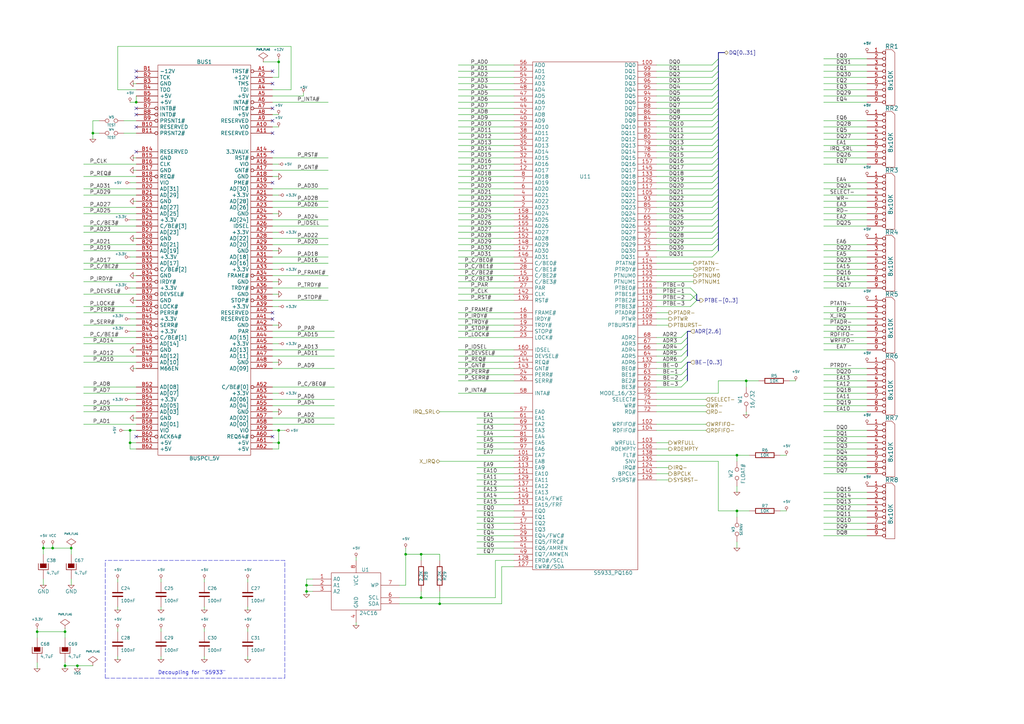
<source format=kicad_sch>
(kicad_sch (version 20221004) (generator eeschema)
  (paper "A3")
  (title_block (title "Video") (date "Sun 22 Mar 2015") (rev "2.0B") (company "Kicad EDA") (comment 1 "Interface Bus PCI"))
  (junction (at 26.67 273.05) (diameter 0.9144))
  (junction (at 125.73 242.57) (diameter 0.9144))
  (junction (at 302.26 209.55) (diameter 0.9144))
  (junction (at 114.3 25.4) (diameter 0.9144))
  (junction (at 38.1 54.61) (diameter 0.9144))
  (junction (at 180.34 247.65) (diameter 0.9144))
  (junction (at 31.75 273.05) (diameter 0.9144))
  (junction (at 53.34 181.61) (diameter 0.9144))
  (junction (at 29.21 224.79) (diameter 0.9144))
  (junction (at 114.3 181.61) (diameter 0.9144))
  (junction (at 302.26 186.69) (diameter 0.9144))
  (junction (at 172.72 227.33) (diameter 0.9144))
  (junction (at 26.67 259.08) (diameter 0.9144))
  (junction (at 55.88 41.91) (diameter 0.9144))
  (junction (at 17.78 224.79) (diameter 0.9144))
  (junction (at 53.34 176.53) (diameter 0.9144))
  (junction (at 166.37 227.33) (diameter 0.9144))
  (junction (at 306.07 156.21) (diameter 0.9144))
  (junction (at 125.73 240.03) (diameter 0.9144))
  (junction (at 114.3 176.53) (diameter 0.9144))
  (junction (at 15.24 259.08) (diameter 0.9144))
  (junction (at 21.59 224.79) (diameter 0.9144))
  (junction (at 172.72 245.11) (diameter 0.9144))
  (no_connect (at 55.88 44.45))
  (no_connect (at 55.88 52.07))
  (no_connect (at 111.76 54.61))
  (no_connect (at 111.76 62.23))
  (no_connect (at 111.76 49.53))
  (no_connect (at 111.76 44.45))
  (no_connect (at 111.76 34.29))
  (no_connect (at 111.76 29.21))
  (no_connect (at 111.76 128.27))
  (no_connect (at 111.76 74.93))
  (no_connect (at 55.88 62.23))
  (no_connect (at 55.88 31.75))
  (no_connect (at 55.88 179.07))
  (no_connect (at 55.88 46.99))
  (no_connect (at 111.76 179.07))
  (no_connect (at 111.76 130.81))
  (no_connect (at 55.88 29.21))
  (bus_entry (at 279.4 146.05) (size 2.54 -2.54) (stroke (width 0.1524)))
  (bus_entry (at 292.1 77.47) (size 2.54 -2.54) (stroke (width 0.1524)))
  (bus_entry (at 292.1 29.21) (size 2.54 -2.54) (stroke (width 0.1524)))
  (bus_entry (at 292.1 62.23) (size 2.54 -2.54) (stroke (width 0.1524)))
  (bus_entry (at 292.1 87.63) (size 2.54 -2.54) (stroke (width 0.1524)))
  (bus_entry (at 292.1 26.67) (size 2.54 -2.54) (stroke (width 0.1524)))
  (bus_entry (at 292.1 80.01) (size 2.54 -2.54) (stroke (width 0.1524)))
  (bus_entry (at 292.1 39.37) (size 2.54 -2.54) (stroke (width 0.1524)))
  (bus_entry (at 292.1 49.53) (size 2.54 -2.54) (stroke (width 0.1524)))
  (bus_entry (at 292.1 102.87) (size 2.54 -2.54) (stroke (width 0.1524)))
  (bus_entry (at 292.1 36.83) (size 2.54 -2.54) (stroke (width 0.1524)))
  (bus_entry (at 279.4 148.59) (size 2.54 -2.54) (stroke (width 0.1524)))
  (bus_entry (at 283.21 120.65) (size 2.54 2.54) (stroke (width 0.1524)))
  (bus_entry (at 292.1 52.07) (size 2.54 -2.54) (stroke (width 0.1524)))
  (bus_entry (at 279.4 140.97) (size 2.54 -2.54) (stroke (width 0.1524)))
  (bus_entry (at 292.1 34.29) (size 2.54 -2.54) (stroke (width 0.1524)))
  (bus_entry (at 292.1 82.55) (size 2.54 -2.54) (stroke (width 0.1524)))
  (bus_entry (at 292.1 46.99) (size 2.54 -2.54) (stroke (width 0.1524)))
  (bus_entry (at 279.4 151.13) (size 2.54 -2.54) (stroke (width 0.1524)))
  (bus_entry (at 283.21 118.11) (size 2.54 2.54) (stroke (width 0.1524)))
  (bus_entry (at 292.1 85.09) (size 2.54 -2.54) (stroke (width 0.1524)))
  (bus_entry (at 279.4 156.21) (size 2.54 -2.54) (stroke (width 0.1524)))
  (bus_entry (at 292.1 67.31) (size 2.54 -2.54) (stroke (width 0.1524)))
  (bus_entry (at 292.1 95.25) (size 2.54 -2.54) (stroke (width 0.1524)))
  (bus_entry (at 292.1 41.91) (size 2.54 -2.54) (stroke (width 0.1524)))
  (bus_entry (at 292.1 74.93) (size 2.54 -2.54) (stroke (width 0.1524)))
  (bus_entry (at 283.21 123.19) (size 2.54 -2.54) (stroke (width 0.1524)))
  (bus_entry (at 292.1 64.77) (size 2.54 -2.54) (stroke (width 0.1524)))
  (bus_entry (at 292.1 92.71) (size 2.54 -2.54) (stroke (width 0.1524)))
  (bus_entry (at 292.1 69.85) (size 2.54 -2.54) (stroke (width 0.1524)))
  (bus_entry (at 279.4 153.67) (size 2.54 -2.54) (stroke (width 0.1524)))
  (bus_entry (at 283.21 125.73) (size 2.54 -2.54) (stroke (width 0.1524)))
  (bus_entry (at 292.1 54.61) (size 2.54 -2.54) (stroke (width 0.1524)))
  (bus_entry (at 279.4 138.43) (size 2.54 -2.54) (stroke (width 0.1524)))
  (bus_entry (at 292.1 105.41) (size 2.54 -2.54) (stroke (width 0.1524)))
  (bus_entry (at 292.1 31.75) (size 2.54 -2.54) (stroke (width 0.1524)))
  (bus_entry (at 292.1 59.69) (size 2.54 -2.54) (stroke (width 0.1524)))
  (bus_entry (at 292.1 57.15) (size 2.54 -2.54) (stroke (width 0.1524)))
  (bus_entry (at 292.1 72.39) (size 2.54 -2.54) (stroke (width 0.1524)))
  (bus_entry (at 292.1 100.33) (size 2.54 -2.54) (stroke (width 0.1524)))
  (bus_entry (at 279.4 143.51) (size 2.54 -2.54) (stroke (width 0.1524)))
  (bus_entry (at 279.4 158.75) (size 2.54 -2.54) (stroke (width 0.1524)))
  (bus_entry (at 292.1 90.17) (size 2.54 -2.54) (stroke (width 0.1524)))
  (bus_entry (at 292.1 44.45) (size 2.54 -2.54) (stroke (width 0.1524)))
  (bus_entry (at 292.1 97.79) (size 2.54 -2.54) (stroke (width 0.1524)))
  (wire (pts (xy 337.82 189.23) (xy 355.6 189.23)))
  (wire (pts (xy 269.24 151.13) (xy 279.4 151.13)))
  (wire (pts (xy 337.82 138.43) (xy 355.6 138.43)))
  (wire (pts (xy 111.76 151.13) (xy 137.16 151.13)))
  (wire (pts (xy 269.24 173.99) (xy 289.56 173.99)))
  (wire (pts (xy 40.64 49.53) (xy 38.1 49.53)))
  (wire (pts (xy 48.26 248.92) (xy 48.26 250.19)))
  (wire (pts (xy 269.24 189.23) (xy 294.64 189.23)))
  (wire (pts (xy 195.58 191.77) (xy 210.82 191.77)))
  (wire (pts (xy 34.29 120.65) (xy 55.88 120.65)))
  (wire (pts (xy 114.3 24.13) (xy 114.3 25.4)))
  (wire (pts (xy 269.24 196.85) (xy 274.32 196.85)))
  (wire (pts (xy 187.96 80.01) (xy 210.82 80.01)))
  (wire (pts (xy 269.24 72.39) (xy 292.1 72.39)))
  (wire (pts (xy 337.82 179.07) (xy 355.6 179.07)))
  (bus (pts (xy 294.64 21.59) (xy 294.64 24.13)))
  (wire (pts (xy 29.21 237.49) (xy 29.21 240.03)))
  (wire (pts (xy 38.1 54.61) (xy 40.64 54.61)))
  (wire (pts (xy 203.2 245.11) (xy 203.2 229.87)))
  (wire (pts (xy 337.82 85.09) (xy 355.6 85.09)))
  (wire (pts (xy 337.82 52.07) (xy 355.6 52.07)))
  (wire (pts (xy 187.96 62.23) (xy 210.82 62.23)))
  (wire (pts (xy 17.78 224.79) (xy 17.78 227.33)))
  (wire (pts (xy 111.76 69.85) (xy 134.62 69.85)))
  (wire (pts (xy 111.76 41.91) (xy 134.62 41.91)))
  (wire (pts (xy 34.29 148.59) (xy 55.88 148.59)))
  (wire (pts (xy 26.67 259.08) (xy 26.67 261.62)))
  (wire (pts (xy 195.58 219.71) (xy 210.82 219.71)))
  (wire (pts (xy 111.76 72.39) (xy 114.3 72.39)))
  (wire (pts (xy 269.24 29.21) (xy 292.1 29.21)))
  (bus (pts (xy 281.94 148.59) (xy 281.94 151.13)))
  (wire (pts (xy 125.73 237.49) (xy 125.73 240.03)))
  (wire (pts (xy 302.26 186.69) (xy 307.34 186.69)))
  (wire (pts (xy 337.82 92.71) (xy 355.6 92.71)))
  (wire (pts (xy 195.58 196.85) (xy 210.82 196.85)))
  (wire (pts (xy 83.82 237.49) (xy 83.82 238.76)))
  (wire (pts (xy 337.82 204.47) (xy 355.6 204.47)))
  (wire (pts (xy 50.8 49.53) (xy 55.88 49.53)))
  (wire (pts (xy 111.76 100.33) (xy 134.62 100.33)))
  (bus (pts (xy 294.64 24.13) (xy 294.64 26.67)))
  (wire (pts (xy 34.29 115.57) (xy 55.88 115.57)))
  (wire (pts (xy 54.61 171.45) (xy 55.88 171.45)))
  (wire (pts (xy 107.95 25.4) (xy 114.3 25.4)))
  (wire (pts (xy 166.37 227.33) (xy 166.37 240.03)))
  (wire (pts (xy 337.82 57.15) (xy 355.6 57.15)))
  (wire (pts (xy 269.24 62.23) (xy 292.1 62.23)))
  (wire (pts (xy 34.29 72.39) (xy 55.88 72.39)))
  (wire (pts (xy 34.29 146.05) (xy 55.88 146.05)))
  (wire (pts (xy 187.96 54.61) (xy 210.82 54.61)))
  (wire (pts (xy 111.76 181.61) (xy 114.3 181.61)))
  (wire (pts (xy 101.6 257.81) (xy 101.6 259.08)))
  (wire (pts (xy 187.96 31.75) (xy 210.82 31.75)))
  (wire (pts (xy 187.96 113.03) (xy 210.82 113.03)))
  (wire (pts (xy 180.34 247.65) (xy 205.74 247.65)))
  (wire (pts (xy 187.96 105.41) (xy 210.82 105.41)))
  (wire (pts (xy 337.82 207.01) (xy 355.6 207.01)))
  (bus (pts (xy 294.64 34.29) (xy 294.64 36.83)))
  (wire (pts (xy 53.34 135.89) (xy 55.88 135.89)))
  (wire (pts (xy 302.26 199.39) (xy 302.26 201.93)))
  (wire (pts (xy 195.58 176.53) (xy 210.82 176.53)))
  (wire (pts (xy 187.96 64.77) (xy 210.82 64.77)))
  (wire (pts (xy 54.61 97.79) (xy 55.88 97.79)))
  (wire (pts (xy 111.76 80.01) (xy 114.3 80.01)))
  (wire (pts (xy 337.82 153.67) (xy 355.6 153.67)))
  (wire (pts (xy 337.82 59.69) (xy 355.6 59.69)))
  (wire (pts (xy 337.82 133.35) (xy 355.6 133.35)))
  (wire (pts (xy 337.82 143.51) (xy 355.6 143.51)))
  (wire (pts (xy 66.04 250.19) (xy 66.04 248.92)))
  (wire (pts (xy 55.88 151.13) (xy 54.61 151.13)))
  (wire (pts (xy 172.72 227.33) (xy 180.34 227.33)))
  (wire (pts (xy 111.76 36.83) (xy 119.38 36.83)))
  (wire (pts (xy 187.96 115.57) (xy 210.82 115.57)))
  (wire (pts (xy 187.96 52.07) (xy 210.82 52.07)))
  (wire (pts (xy 55.88 123.19) (xy 54.61 123.19)))
  (wire (pts (xy 34.29 138.43) (xy 55.88 138.43)))
  (wire (pts (xy 111.76 163.83) (xy 137.16 163.83)))
  (wire (pts (xy 269.24 181.61) (xy 274.32 181.61)))
  (wire (pts (xy 269.24 100.33) (xy 292.1 100.33)))
  (wire (pts (xy 337.82 191.77) (xy 355.6 191.77)))
  (bus (pts (xy 294.64 80.01) (xy 294.64 82.55)))
  (wire (pts (xy 195.58 201.93) (xy 210.82 201.93)))
  (wire (pts (xy 187.96 156.21) (xy 210.82 156.21)))
  (wire (pts (xy 66.04 257.81) (xy 66.04 259.08)))
  (bus (pts (xy 294.64 44.45) (xy 294.64 46.99)))
  (wire (pts (xy 111.76 123.19) (xy 134.62 123.19)))
  (wire (pts (xy 111.76 85.09) (xy 134.62 85.09)))
  (wire (pts (xy 294.64 161.29) (xy 294.64 156.21)))
  (wire (pts (xy 163.83 247.65) (xy 180.34 247.65)))
  (wire (pts (xy 21.59 223.52) (xy 21.59 224.79)))
  (polyline (pts (xy 43.18 278.13) (xy 116.84 278.13)) (stroke (width 0) (type dash)))
  (wire (pts (xy 337.82 41.91) (xy 355.6 41.91)))
  (wire (pts (xy 337.82 110.49) (xy 355.6 110.49)))
  (wire (pts (xy 337.82 135.89) (xy 355.6 135.89)))
  (wire (pts (xy 26.67 273.05) (xy 31.75 273.05)))
  (wire (pts (xy 55.88 39.37) (xy 55.88 41.91)))
  (wire (pts (xy 34.29 110.49) (xy 55.88 110.49)))
  (wire (pts (xy 306.07 156.21) (xy 311.15 156.21)))
  (wire (pts (xy 269.24 82.55) (xy 292.1 82.55)))
  (wire (pts (xy 53.34 130.81) (xy 55.88 130.81)))
  (wire (pts (xy 111.76 52.07) (xy 114.3 52.07)))
  (wire (pts (xy 187.96 123.19) (xy 210.82 123.19)))
  (wire (pts (xy 21.59 224.79) (xy 29.21 224.79)))
  (wire (pts (xy 111.76 118.11) (xy 134.62 118.11)))
  (wire (pts (xy 210.82 229.87) (xy 203.2 229.87)))
  (wire (pts (xy 111.76 95.25) (xy 114.3 95.25)))
  (wire (pts (xy 125.73 240.03) (xy 125.73 242.57)))
  (wire (pts (xy 166.37 224.79) (xy 166.37 227.33)))
  (wire (pts (xy 323.85 156.21) (xy 326.39 156.21)))
  (bus (pts (xy 281.94 143.51) (xy 281.94 146.05)))
  (wire (pts (xy 269.24 128.27) (xy 274.32 128.27)))
  (wire (pts (xy 337.82 82.55) (xy 355.6 82.55)))
  (wire (pts (xy 111.76 138.43) (xy 137.16 138.43)))
  (wire (pts (xy 111.76 115.57) (xy 114.3 115.57)))
  (wire (pts (xy 34.29 95.25) (xy 55.88 95.25)))
  (wire (pts (xy 34.29 161.29) (xy 55.88 161.29)))
  (wire (pts (xy 337.82 49.53) (xy 355.6 49.53)))
  (wire (pts (xy 34.29 102.87) (xy 55.88 102.87)))
  (wire (pts (xy 111.76 87.63) (xy 114.3 87.63)))
  (wire (pts (xy 269.24 59.69) (xy 292.1 59.69)))
  (wire (pts (xy 269.24 107.95) (xy 284.48 107.95)))
  (wire (pts (xy 337.82 64.77) (xy 355.6 64.77)))
  (wire (pts (xy 48.26 19.05) (xy 119.38 19.05)))
  (wire (pts (xy 269.24 140.97) (xy 279.4 140.97)))
  (wire (pts (xy 269.24 148.59) (xy 279.4 148.59)))
  (bus (pts (xy 294.64 77.47) (xy 294.64 80.01)))
  (wire (pts (xy 269.24 54.61) (xy 292.1 54.61)))
  (bus (pts (xy 287.02 123.19) (xy 285.75 123.19)))
  (wire (pts (xy 302.26 186.69) (xy 302.26 189.23)))
  (wire (pts (xy 187.96 59.69) (xy 210.82 59.69)))
  (wire (pts (xy 269.24 168.91) (xy 289.56 168.91)))
  (wire (pts (xy 337.82 156.21) (xy 355.6 156.21)))
  (wire (pts (xy 195.58 224.79) (xy 210.82 224.79)))
  (wire (pts (xy 111.76 173.99) (xy 137.16 173.99)))
  (bus (pts (xy 294.64 90.17) (xy 294.64 92.71)))
  (wire (pts (xy 114.3 176.53) (xy 114.3 181.61)))
  (wire (pts (xy 269.24 118.11) (xy 283.21 118.11)))
  (wire (pts (xy 187.96 130.81) (xy 210.82 130.81)))
  (wire (pts (xy 34.29 168.91) (xy 55.88 168.91)))
  (wire (pts (xy 187.96 100.33) (xy 210.82 100.33)))
  (wire (pts (xy 302.26 222.25) (xy 302.26 224.79)))
  (wire (pts (xy 34.29 100.33) (xy 55.88 100.33)))
  (wire (pts (xy 111.76 46.99) (xy 114.3 46.99)))
  (wire (pts (xy 269.24 77.47) (xy 292.1 77.47)))
  (wire (pts (xy 269.24 67.31) (xy 292.1 67.31)))
  (wire (pts (xy 195.58 204.47) (xy 210.82 204.47)))
  (wire (pts (xy 55.88 34.29) (xy 54.61 34.29)))
  (bus (pts (xy 294.64 85.09) (xy 294.64 87.63)))
  (wire (pts (xy 34.29 107.95) (xy 55.88 107.95)))
  (wire (pts (xy 187.96 29.21) (xy 210.82 29.21)))
  (wire (pts (xy 187.96 85.09) (xy 210.82 85.09)))
  (wire (pts (xy 53.34 184.15) (xy 55.88 184.15)))
  (wire (pts (xy 269.24 57.15) (xy 292.1 57.15)))
  (wire (pts (xy 34.29 140.97) (xy 55.88 140.97)))
  (wire (pts (xy 111.76 82.55) (xy 134.62 82.55)))
  (wire (pts (xy 269.24 87.63) (xy 292.1 87.63)))
  (wire (pts (xy 48.26 269.24) (xy 48.26 270.51)))
  (wire (pts (xy 125.73 242.57) (xy 125.73 243.84)))
  (wire (pts (xy 187.96 49.53) (xy 210.82 49.53)))
  (wire (pts (xy 337.82 214.63) (xy 355.6 214.63)))
  (wire (pts (xy 53.34 118.11) (xy 55.88 118.11)))
  (wire (pts (xy 111.76 113.03) (xy 134.62 113.03)))
  (wire (pts (xy 54.61 82.55) (xy 55.88 82.55)))
  (bus (pts (xy 294.64 54.61) (xy 294.64 57.15)))
  (wire (pts (xy 269.24 138.43) (xy 279.4 138.43)))
  (wire (pts (xy 269.24 163.83) (xy 289.56 163.83)))
  (wire (pts (xy 125.73 237.49) (xy 128.27 237.49)))
  (wire (pts (xy 187.96 97.79) (xy 210.82 97.79)))
  (wire (pts (xy 205.74 247.65) (xy 205.74 232.41)))
  (wire (pts (xy 187.96 146.05) (xy 210.82 146.05)))
  (wire (pts (xy 210.82 232.41) (xy 205.74 232.41)))
  (wire (pts (xy 195.58 179.07) (xy 210.82 179.07)))
  (bus (pts (xy 294.64 82.55) (xy 294.64 85.09)))
  (wire (pts (xy 66.04 238.76) (xy 66.04 237.49)))
  (wire (pts (xy 269.24 64.77) (xy 292.1 64.77)))
  (wire (pts (xy 187.96 26.67) (xy 210.82 26.67)))
  (wire (pts (xy 187.96 44.45) (xy 210.82 44.45)))
  (wire (pts (xy 269.24 36.83) (xy 292.1 36.83)))
  (wire (pts (xy 111.76 67.31) (xy 114.3 67.31)))
  (wire (pts (xy 187.96 128.27) (xy 210.82 128.27)))
  (wire (pts (xy 337.82 67.31) (xy 355.6 67.31)))
  (bus (pts (xy 294.64 52.07) (xy 294.64 54.61)))
  (wire (pts (xy 111.76 102.87) (xy 114.3 102.87)))
  (wire (pts (xy 337.82 125.73) (xy 355.6 125.73)))
  (wire (pts (xy 187.96 87.63) (xy 210.82 87.63)))
  (wire (pts (xy 111.76 176.53) (xy 114.3 176.53)))
  (wire (pts (xy 50.8 176.53) (xy 53.34 176.53)))
  (wire (pts (xy 180.34 189.23) (xy 210.82 189.23)))
  (wire (pts (xy 187.96 138.43) (xy 210.82 138.43)))
  (wire (pts (xy 187.96 110.49) (xy 210.82 110.49)))
  (wire (pts (xy 187.96 72.39) (xy 210.82 72.39)))
  (wire (pts (xy 195.58 171.45) (xy 210.82 171.45)))
  (wire (pts (xy 337.82 163.83) (xy 355.6 163.83)))
  (wire (pts (xy 269.24 191.77) (xy 274.32 191.77)))
  (wire (pts (xy 269.24 161.29) (xy 294.64 161.29)))
  (bus (pts (xy 294.64 57.15) (xy 294.64 59.69)))
  (wire (pts (xy 34.29 133.35) (xy 55.88 133.35)))
  (wire (pts (xy 187.96 143.51) (xy 210.82 143.51)))
  (wire (pts (xy 101.6 237.49) (xy 101.6 238.76)))
  (wire (pts (xy 195.58 222.25) (xy 210.82 222.25)))
  (wire (pts (xy 320.04 209.55) (xy 322.58 209.55)))
  (wire (pts (xy 269.24 41.91) (xy 292.1 41.91)))
  (wire (pts (xy 187.96 74.93) (xy 210.82 74.93)))
  (wire (pts (xy 55.88 113.03) (xy 54.61 113.03)))
  (wire (pts (xy 111.76 133.35) (xy 114.3 133.35)))
  (wire (pts (xy 172.72 227.33) (xy 172.72 229.87)))
  (wire (pts (xy 269.24 92.71) (xy 292.1 92.71)))
  (wire (pts (xy 195.58 181.61) (xy 210.82 181.61)))
  (wire (pts (xy 166.37 240.03) (xy 163.83 240.03)))
  (wire (pts (xy 187.96 148.59) (xy 210.82 148.59)))
  (wire (pts (xy 195.58 186.69) (xy 210.82 186.69)))
  (wire (pts (xy 55.88 36.83) (xy 48.26 36.83)))
  (wire (pts (xy 187.96 95.25) (xy 210.82 95.25)))
  (wire (pts (xy 54.61 143.51) (xy 55.88 143.51)))
  (wire (pts (xy 269.24 194.31) (xy 274.32 194.31)))
  (wire (pts (xy 34.29 173.99) (xy 55.88 173.99)))
  (wire (pts (xy 269.24 123.19) (xy 283.21 123.19)))
  (bus (pts (xy 294.64 67.31) (xy 294.64 69.85)))
  (wire (pts (xy 53.34 74.93) (xy 55.88 74.93)))
  (wire (pts (xy 187.96 46.99) (xy 210.82 46.99)))
  (wire (pts (xy 337.82 140.97) (xy 355.6 140.97)))
  (bus (pts (xy 294.64 31.75) (xy 294.64 34.29)))
  (bus (pts (xy 294.64 92.71) (xy 294.64 95.25)))
  (bus (pts (xy 281.94 148.59) (xy 283.21 148.59)))
  (wire (pts (xy 53.34 105.41) (xy 55.88 105.41)))
  (wire (pts (xy 180.34 227.33) (xy 180.34 229.87)))
  (wire (pts (xy 101.6 269.24) (xy 101.6 270.51)))
  (wire (pts (xy 111.76 92.71) (xy 134.62 92.71)))
  (wire (pts (xy 195.58 184.15) (xy 210.82 184.15)))
  (wire (pts (xy 269.24 97.79) (xy 292.1 97.79)))
  (wire (pts (xy 269.24 34.29) (xy 292.1 34.29)))
  (wire (pts (xy 195.58 207.01) (xy 210.82 207.01)))
  (wire (pts (xy 195.58 217.17) (xy 210.82 217.17)))
  (bus (pts (xy 281.94 140.97) (xy 281.94 143.51)))
  (wire (pts (xy 48.26 257.81) (xy 48.26 259.08)))
  (bus (pts (xy 294.64 49.53) (xy 294.64 52.07)))
  (wire (pts (xy 337.82 161.29) (xy 355.6 161.29)))
  (wire (pts (xy 15.24 257.81) (xy 15.24 259.08)))
  (wire (pts (xy 195.58 199.39) (xy 210.82 199.39)))
  (wire (pts (xy 195.58 214.63) (xy 210.82 214.63)))
  (wire (pts (xy 269.24 39.37) (xy 292.1 39.37)))
  (wire (pts (xy 337.82 31.75) (xy 355.6 31.75)))
  (wire (pts (xy 26.67 273.05) (xy 26.67 274.32)))
  (wire (pts (xy 31.75 273.05) (xy 31.75 274.32)))
  (wire (pts (xy 269.24 166.37) (xy 289.56 166.37)))
  (wire (pts (xy 306.07 156.21) (xy 306.07 158.75)))
  (wire (pts (xy 269.24 69.85) (xy 292.1 69.85)))
  (wire (pts (xy 269.24 95.25) (xy 292.1 95.25)))
  (bus (pts (xy 294.64 72.39) (xy 294.64 74.93)))
  (wire (pts (xy 111.76 171.45) (xy 137.16 171.45)))
  (wire (pts (xy 111.76 158.75) (xy 137.16 158.75)))
  (wire (pts (xy 269.24 44.45) (xy 292.1 44.45)))
  (wire (pts (xy 269.24 153.67) (xy 279.4 153.67)))
  (wire (pts (xy 83.82 250.19) (xy 83.82 248.92)))
  (wire (pts (xy 166.37 227.33) (xy 172.72 227.33)))
  (wire (pts (xy 337.82 24.13) (xy 355.6 24.13)))
  (bus (pts (xy 294.64 36.83) (xy 294.64 39.37)))
  (bus (pts (xy 285.75 123.19) (xy 285.75 120.65)))
  (wire (pts (xy 187.96 41.91) (xy 210.82 41.91)))
  (wire (pts (xy 34.29 77.47) (xy 55.88 77.47)))
  (bus (pts (xy 294.64 29.21) (xy 294.64 31.75)))
  (wire (pts (xy 187.96 39.37) (xy 210.82 39.37)))
  (bus (pts (xy 294.64 64.77) (xy 294.64 67.31)))
  (wire (pts (xy 187.96 34.29) (xy 210.82 34.29)))
  (bus (pts (xy 294.64 97.79) (xy 294.64 100.33)))
  (wire (pts (xy 111.76 143.51) (xy 137.16 143.51)))
  (wire (pts (xy 180.34 168.91) (xy 210.82 168.91)))
  (bus (pts (xy 294.64 87.63) (xy 294.64 90.17)))
  (bus (pts (xy 281.94 151.13) (xy 281.94 153.67)))
  (wire (pts (xy 15.24 259.08) (xy 26.67 259.08)))
  (wire (pts (xy 269.24 158.75) (xy 279.4 158.75)))
  (wire (pts (xy 187.96 92.71) (xy 210.82 92.71)))
  (wire (pts (xy 146.05 228.6) (xy 146.05 229.87)))
  (wire (pts (xy 294.64 189.23) (xy 294.64 209.55)))
  (wire (pts (xy 187.96 67.31) (xy 210.82 67.31)))
  (wire (pts (xy 269.24 130.81) (xy 274.32 130.81)))
  (wire (pts (xy 337.82 107.95) (xy 355.6 107.95)))
  (wire (pts (xy 337.82 158.75) (xy 355.6 158.75)))
  (wire (pts (xy 15.24 271.78) (xy 15.24 274.32)))
  (wire (pts (xy 269.24 90.17) (xy 292.1 90.17)))
  (wire (pts (xy 34.29 158.75) (xy 55.88 158.75)))
  (wire (pts (xy 114.3 25.4) (xy 114.3 31.75)))
  (wire (pts (xy 111.76 39.37) (xy 124.46 39.37)))
  (wire (pts (xy 337.82 194.31) (xy 355.6 194.31)))
  (bus (pts (xy 281.94 153.67) (xy 281.94 156.21)))
  (wire (pts (xy 337.82 100.33) (xy 355.6 100.33)))
  (wire (pts (xy 111.76 64.77) (xy 134.62 64.77)))
  (wire (pts (xy 34.29 125.73) (xy 55.88 125.73)))
  (wire (pts (xy 269.24 113.03) (xy 284.48 113.03)))
  (wire (pts (xy 337.82 105.41) (xy 355.6 105.41)))
  (wire (pts (xy 146.05 255.27) (xy 146.05 256.54)))
  (wire (pts (xy 269.24 105.41) (xy 292.1 105.41)))
  (wire (pts (xy 306.07 170.18) (xy 306.07 168.91)))
  (wire (pts (xy 34.29 92.71) (xy 55.88 92.71)))
  (wire (pts (xy 163.83 245.11) (xy 172.72 245.11)))
  (wire (pts (xy 269.24 26.67) (xy 292.1 26.67)))
  (wire (pts (xy 34.29 80.01) (xy 55.88 80.01)))
  (wire (pts (xy 119.38 36.83) (xy 119.38 19.05)))
  (wire (pts (xy 53.34 176.53) (xy 53.34 181.61)))
  (wire (pts (xy 187.96 90.17) (xy 210.82 90.17)))
  (wire (pts (xy 187.96 151.13) (xy 210.82 151.13)))
  (wire (pts (xy 111.76 77.47) (xy 134.62 77.47)))
  (wire (pts (xy 269.24 85.09) (xy 292.1 85.09)))
  (wire (pts (xy 269.24 110.49) (xy 284.48 110.49)))
  (wire (pts (xy 26.67 257.81) (xy 26.67 259.08)))
  (wire (pts (xy 172.72 245.11) (xy 203.2 245.11)))
  (wire (pts (xy 269.24 74.93) (xy 292.1 74.93)))
  (wire (pts (xy 187.96 118.11) (xy 210.82 118.11)))
  (wire (pts (xy 337.82 212.09) (xy 355.6 212.09)))
  (bus (pts (xy 281.94 138.43) (xy 281.94 140.97)))
  (bus (pts (xy 294.64 62.23) (xy 294.64 64.77)))
  (wire (pts (xy 114.3 176.53) (xy 116.84 176.53)))
  (wire (pts (xy 34.29 85.09) (xy 55.88 85.09)))
  (wire (pts (xy 29.21 224.79) (xy 29.21 227.33)))
  (wire (pts (xy 111.76 146.05) (xy 137.16 146.05)))
  (bus (pts (xy 294.64 21.59) (xy 297.18 21.59)))
  (wire (pts (xy 125.73 240.03) (xy 128.27 240.03)))
  (wire (pts (xy 111.76 166.37) (xy 137.16 166.37)))
  (wire (pts (xy 269.24 143.51) (xy 279.4 143.51)))
  (wire (pts (xy 337.82 102.87) (xy 355.6 102.87)))
  (bus (pts (xy 281.94 135.89) (xy 281.94 138.43)))
  (wire (pts (xy 66.04 269.24) (xy 66.04 270.51)))
  (wire (pts (xy 187.96 107.95) (xy 210.82 107.95)))
  (bus (pts (xy 294.64 74.93) (xy 294.64 77.47)))
  (wire (pts (xy 55.88 41.91) (xy 53.34 41.91)))
  (wire (pts (xy 111.76 125.73) (xy 114.3 125.73)))
  (bus (pts (xy 294.64 39.37) (xy 294.64 41.91)))
  (wire (pts (xy 269.24 80.01) (xy 292.1 80.01)))
  (wire (pts (xy 111.76 110.49) (xy 114.3 110.49)))
  (wire (pts (xy 180.34 242.57) (xy 180.34 247.65)))
  (wire (pts (xy 269.24 186.69) (xy 302.26 186.69)))
  (wire (pts (xy 195.58 173.99) (xy 210.82 173.99)))
  (wire (pts (xy 15.24 259.08) (xy 15.24 261.62)))
  (wire (pts (xy 53.34 176.53) (xy 55.88 176.53)))
  (polyline (pts (xy 116.84 229.87) (xy 43.18 229.87)) (stroke (width 0) (type dash)))
  (wire (pts (xy 337.82 29.21) (xy 355.6 29.21)))
  (wire (pts (xy 337.82 62.23) (xy 355.6 62.23)))
  (wire (pts (xy 187.96 120.65) (xy 210.82 120.65)))
  (wire (pts (xy 337.82 128.27) (xy 355.6 128.27)))
  (wire (pts (xy 187.96 102.87) (xy 210.82 102.87)))
  (wire (pts (xy 83.82 269.24) (xy 83.82 270.51)))
  (wire (pts (xy 269.24 156.21) (xy 279.4 156.21)))
  (wire (pts (xy 187.96 135.89) (xy 210.82 135.89)))
  (wire (pts (xy 269.24 133.35) (xy 274.32 133.35)))
  (wire (pts (xy 269.24 102.87) (xy 292.1 102.87)))
  (wire (pts (xy 337.82 166.37) (xy 355.6 166.37)))
  (wire (pts (xy 83.82 259.08) (xy 83.82 257.81)))
  (wire (pts (xy 34.29 166.37) (xy 55.88 166.37)))
  (wire (pts (xy 269.24 52.07) (xy 292.1 52.07)))
  (wire (pts (xy 187.96 153.67) (xy 210.82 153.67)))
  (wire (pts (xy 337.82 74.93) (xy 355.6 74.93)))
  (wire (pts (xy 195.58 209.55) (xy 210.82 209.55)))
  (wire (pts (xy 114.3 184.15) (xy 111.76 184.15)))
  (wire (pts (xy 337.82 113.03) (xy 355.6 113.03)))
  (wire (pts (xy 187.96 57.15) (xy 210.82 57.15)))
  (wire (pts (xy 48.26 36.83) (xy 48.26 19.05)))
  (wire (pts (xy 337.82 118.11) (xy 355.6 118.11)))
  (wire (pts (xy 337.82 39.37) (xy 355.6 39.37)))
  (wire (pts (xy 187.96 69.85) (xy 210.82 69.85)))
  (wire (pts (xy 38.1 49.53) (xy 38.1 54.61)))
  (wire (pts (xy 195.58 212.09) (xy 210.82 212.09)))
  (wire (pts (xy 269.24 146.05) (xy 279.4 146.05)))
  (wire (pts (xy 302.26 209.55) (xy 302.26 212.09)))
  (wire (pts (xy 337.82 77.47) (xy 355.6 77.47)))
  (wire (pts (xy 125.73 242.57) (xy 128.27 242.57)))
  (wire (pts (xy 294.64 209.55) (xy 302.26 209.55)))
  (wire (pts (xy 111.76 135.89) (xy 137.16 135.89)))
  (wire (pts (xy 269.24 46.99) (xy 292.1 46.99)))
  (wire (pts (xy 187.96 77.47) (xy 210.82 77.47)))
  (wire (pts (xy 111.76 161.29) (xy 114.3 161.29)))
  (wire (pts (xy 53.34 181.61) (xy 53.34 184.15)))
  (wire (pts (xy 124.46 39.37) (xy 124.46 38.1)))
  (wire (pts (xy 111.76 168.91) (xy 114.3 168.91)))
  (bus (pts (xy 294.64 69.85) (xy 294.64 72.39)))
  (wire (pts (xy 111.76 107.95) (xy 134.62 107.95)))
  (wire (pts (xy 101.6 250.19) (xy 101.6 248.92)))
  (wire (pts (xy 337.82 186.69) (xy 355.6 186.69)))
  (wire (pts (xy 269.24 125.73) (xy 283.21 125.73)))
  (wire (pts (xy 337.82 184.15) (xy 355.6 184.15)))
  (wire (pts (xy 111.76 90.17) (xy 134.62 90.17)))
  (wire (pts (xy 195.58 194.31) (xy 210.82 194.31)))
  (polyline (pts (xy 116.84 278.13) (xy 116.84 229.87)) (stroke (width 0) (type dash)))
  (wire (pts (xy 320.04 186.69) (xy 322.58 186.69)))
  (wire (pts (xy 54.61 69.85) (xy 55.88 69.85)))
  (wire (pts (xy 195.58 227.33) (xy 210.82 227.33)))
  (wire (pts (xy 17.78 237.49) (xy 17.78 240.03)))
  (wire (pts (xy 294.64 156.21) (xy 306.07 156.21)))
  (wire (pts (xy 114.3 31.75) (xy 111.76 31.75)))
  (wire (pts (xy 269.24 184.15) (xy 274.32 184.15)))
  (polyline (pts (xy 43.18 278.13) (xy 43.18 229.87)) (stroke (width 0) (type dash)))
  (wire (pts (xy 337.82 80.01) (xy 355.6 80.01)))
  (wire (pts (xy 337.82 181.61) (xy 355.6 181.61)))
  (wire (pts (xy 34.29 128.27) (xy 55.88 128.27)))
  (wire (pts (xy 53.34 163.83) (xy 55.88 163.83)))
  (bus (pts (xy 294.64 59.69) (xy 294.64 62.23)))
  (wire (pts (xy 111.76 120.65) (xy 114.3 120.65)))
  (wire (pts (xy 31.75 273.05) (xy 38.1 273.05)))
  (wire (pts (xy 55.88 64.77) (xy 54.61 64.77)))
  (wire (pts (xy 17.78 224.79) (xy 21.59 224.79)))
  (wire (pts (xy 269.24 120.65) (xy 283.21 120.65)))
  (wire (pts (xy 111.76 97.79) (xy 134.62 97.79)))
  (bus (pts (xy 294.64 26.67) (xy 294.64 29.21)))
  (bus (pts (xy 294.64 100.33) (xy 294.64 102.87)))
  (wire (pts (xy 337.82 168.91) (xy 355.6 168.91)))
  (wire (pts (xy 337.82 176.53) (xy 355.6 176.53)))
  (wire (pts (xy 111.76 148.59) (xy 114.3 148.59)))
  (wire (pts (xy 337.82 151.13) (xy 355.6 151.13)))
  (wire (pts (xy 337.82 34.29) (xy 355.6 34.29)))
  (wire (pts (xy 34.29 87.63) (xy 55.88 87.63)))
  (bus (pts (xy 294.64 41.91) (xy 294.64 44.45)))
  (wire (pts (xy 38.1 54.61) (xy 38.1 57.15)))
  (wire (pts (xy 34.29 67.31) (xy 55.88 67.31)))
  (wire (pts (xy 187.96 36.83) (xy 210.82 36.83)))
  (wire (pts (xy 53.34 181.61) (xy 55.88 181.61)))
  (wire (pts (xy 48.26 237.49) (xy 48.26 238.76)))
  (wire (pts (xy 269.24 49.53) (xy 292.1 49.53)))
  (wire (pts (xy 53.34 90.17) (xy 55.88 90.17)))
  (wire (pts (xy 337.82 201.93) (xy 355.6 201.93)))
  (wire (pts (xy 337.82 130.81) (xy 355.6 130.81)))
  (wire (pts (xy 337.82 90.17) (xy 355.6 90.17)))
  (wire (pts (xy 337.82 219.71) (xy 355.6 219.71)))
  (wire (pts (xy 187.96 161.29) (xy 210.82 161.29)))
  (wire (pts (xy 111.76 105.41) (xy 134.62 105.41)))
  (wire (pts (xy 187.96 82.55) (xy 210.82 82.55)))
  (wire (pts (xy 337.82 36.83) (xy 355.6 36.83)))
  (wire (pts (xy 114.3 181.61) (xy 114.3 184.15)))
  (bus (pts (xy 281.94 135.89) (xy 283.21 135.89)))
  (wire (pts (xy 269.24 115.57) (xy 284.48 115.57)))
  (wire (pts (xy 302.26 209.55) (xy 307.34 209.55)))
  (wire (pts (xy 337.82 217.17) (xy 355.6 217.17)))
  (wire (pts (xy 111.76 140.97) (xy 114.3 140.97)))
  (wire (pts (xy 269.24 31.75) (xy 292.1 31.75)))
  (wire (pts (xy 337.82 115.57) (xy 355.6 115.57)))
  (wire (pts (xy 337.82 54.61) (xy 355.6 54.61)))
  (wire (pts (xy 17.78 223.52) (xy 17.78 224.79)))
  (wire (pts (xy 337.82 26.67) (xy 355.6 26.67)))
  (wire (pts (xy 337.82 209.55) (xy 355.6 209.55)))
  (wire (pts (xy 26.67 271.78) (xy 26.67 273.05)))
  (wire (pts (xy 172.72 242.57) (xy 172.72 245.11)))
  (wire (pts (xy 187.96 133.35) (xy 210.82 133.35)))
  (wire (pts (xy 50.8 54.61) (xy 55.88 54.61)))
  (bus (pts (xy 294.64 46.99) (xy 294.64 49.53)))
  (wire (pts (xy 337.82 87.63) (xy 355.6 87.63)))
  (wire (pts (xy 269.24 176.53) (xy 289.56 176.53)))
  (bus (pts (xy 294.64 95.25) (xy 294.64 97.79)))
  (text "Decoupling for \"S5933\"" (at 64.77 276.86 0) (effects (font (size 1.524 1.524)) (justify left bottom)))
  (label "EA6" (at 342.9 100.33 0) (effects (font (size 1.524 1.524))))
  (label "PTBE-1" (at 271.78 120.65 0) (effects (font (size 1.524 1.524))))
  (label "EA12" (at 198.12 199.39 0) (effects (font (size 1.524 1.524))))
  (label "P_AD23" (at 193.04 85.09 0) (effects (font (size 1.524 1.524))))
  (label "DQ11" (at 342.9 212.09 0) (effects (font (size 1.524 1.524))))
  (label "P_AD26" (at 193.04 92.71 0) (effects (font (size 1.524 1.524))))
  (label "P_C/BE0#" (at 121.92 158.75 0) (effects (font (size 1.524 1.524))))
  (label "P_IDSEL" (at 121.92 92.71 0) (effects (font (size 1.524 1.524))))
  (label "P_AD0" (at 121.92 173.99 0) (effects (font (size 1.524 1.524))))
  (label "P_AD22" (at 193.04 82.55 0) (effects (font (size 1.524 1.524))))
  (label "P_IRDY#" (at 190.5 130.81 0) (effects (font (size 1.524 1.524))))
  (label "DQ8" (at 342.9 219.71 0) (effects (font (size 1.524 1.524))))
  (label "P_AD13" (at 193.04 59.69 0) (effects (font (size 1.524 1.524))))
  (label "EA9" (at 342.9 128.27 0) (effects (font (size 1.524 1.524))))
  (label "P_AD7" (at 38.1 161.29 0) (effects (font (size 1.524 1.524))))
  (label "DQ1" (at 274.32 29.21 0) (effects (font (size 1.524 1.524))))
  (label "EA10" (at 342.9 168.91 0) (effects (font (size 1.524 1.524))))
  (label "DQ30" (at 274.32 102.87 0) (effects (font (size 1.524 1.524))))
  (label "DQ31" (at 274.32 105.41 0) (effects (font (size 1.524 1.524))))
  (label "EA14" (at 342.9 115.57 0) (effects (font (size 1.524 1.524))))
  (label "P_AD30" (at 121.92 77.47 0) (effects (font (size 1.524 1.524))))
  (label "P_AD11" (at 121.92 146.05 0) (effects (font (size 1.524 1.524))))
  (label "DQ0" (at 342.9 176.53 0) (effects (font (size 1.524 1.524))))
  (label "EQ0" (at 342.9 24.13 0) (effects (font (size 1.524 1.524))))
  (label "EQ7" (at 198.12 227.33 0) (effects (font (size 1.524 1.524))))
  (label "P_AD2" (at 121.92 171.45 0) (effects (font (size 1.524 1.524))))
  (label "P_CLK" (at 193.04 120.65 0) (effects (font (size 1.524 1.524))))
  (label "BE-0" (at 271.78 151.13 0) (effects (font (size 1.524 1.524))))
  (label "EQ5" (at 198.12 222.25 0) (effects (font (size 1.524 1.524))))
  (label "EA1" (at 342.9 59.69 0) (effects (font (size 1.524 1.524))))
  (label "DQ12" (at 274.32 57.15 0) (effects (font (size 1.524 1.524))))
  (label "EQ4" (at 198.12 219.71 0) (effects (font (size 1.524 1.524))))
  (label "DQ16" (at 274.32 67.31 0) (effects (font (size 1.524 1.524))))
  (label "P_AD4" (at 121.92 166.37 0) (effects (font (size 1.524 1.524))))
  (label "P_TRDY#" (at 121.92 118.11 0) (effects (font (size 1.524 1.524))))
  (label "P_CLK" (at 36.83 67.31 0) (effects (font (size 1.524 1.524))))
  (label "EA2" (at 342.9 90.17 0) (effects (font (size 1.524 1.524))))
  (label "DQ3" (at 342.9 184.15 0) (effects (font (size 1.524 1.524))))
  (label "DQ17" (at 342.9 118.11 0) (effects (font (size 1.524 1.524))))
  (label "P_INTA#" (at 121.92 41.91 0) (effects (font (size 1.524 1.524))))
  (label "ADR4" (at 271.78 143.51 0) (effects (font (size 1.524 1.524))))
  (label "EA12" (at 342.9 158.75 0) (effects (font (size 1.524 1.524))))
  (label "ADR5" (at 271.78 146.05 0) (effects (font (size 1.524 1.524))))
  (label "DQ7" (at 342.9 194.31 0) (effects (font (size 1.524 1.524))))
  (label "EQ2" (at 342.9 34.29 0) (effects (font (size 1.524 1.524))))
  (label "RD-" (at 342.9 87.63 0) (effects (font (size 1.524 1.524))))
  (label "DQ25" (at 342.9 92.71 0) (effects (font (size 1.524 1.524))))
  (label "DQ4" (at 274.32 36.83 0) (effects (font (size 1.524 1.524))))
  (label "DQ26" (at 342.9 64.77 0) (effects (font (size 1.524 1.524))))
  (label "PTADR-" (at 340.36 133.35 0) (effects (font (size 1.524 1.524))))
  (label "P_SERR#" (at 190.5 156.21 0) (effects (font (size 1.524 1.524))))
  (label "P_C/BE1#" (at 36.83 138.43 0) (effects (font (size 1.524 1.524))))
  (label "P_AD24" (at 121.92 90.17 0) (effects (font (size 1.524 1.524))))
  (label "EQ3" (at 342.9 36.83 0) (effects (font (size 1.524 1.524))))
  (label "DQ23" (at 342.9 107.95 0) (effects (font (size 1.524 1.524))))
  (label "EA2" (at 198.12 173.99 0) (effects (font (size 1.524 1.524))))
  (label "P_AD4" (at 193.04 36.83 0) (effects (font (size 1.524 1.524))))
  (label "P_AD16" (at 193.04 67.31 0) (effects (font (size 1.524 1.524))))
  (label "EA5" (at 198.12 181.61 0) (effects (font (size 1.524 1.524))))
  (label "DQ10" (at 274.32 52.07 0) (effects (font (size 1.524 1.524))))
  (label "DQ9" (at 342.9 217.17 0) (effects (font (size 1.524 1.524))))
  (label "P_FRAME#" (at 190.5 128.27 0) (effects (font (size 1.524 1.524))))
  (label "DQ15" (at 342.9 201.93 0) (effects (font (size 1.524 1.524))))
  (label "P_AD12" (at 38.1 146.05 0) (effects (font (size 1.524 1.524))))
  (label "DQ8" (at 274.32 46.99 0) (effects (font (size 1.524 1.524))))
  (label "DQ15" (at 274.32 64.77 0) (effects (font (size 1.524 1.524))))
  (label "P_C/BE2#" (at 190.5 113.03 0) (effects (font (size 1.524 1.524))))
  (label "EQ6" (at 198.12 224.79 0) (effects (font (size 1.524 1.524))))
  (label "P_AD17" (at 36.83 107.95 0) (effects (font (size 1.524 1.524))))
  (label "DQ19" (at 342.9 166.37 0) (effects (font (size 1.524 1.524))))
  (label "DQ16" (at 342.9 113.03 0) (effects (font (size 1.524 1.524))))
  (label "DQ13" (at 342.9 207.01 0) (effects (font (size 1.524 1.524))))
  (label "P_AD15" (at 121.92 138.43 0) (effects (font (size 1.524 1.524))))
  (label "P_AD28" (at 193.04 97.79 0) (effects (font (size 1.524 1.524))))
  (label "P_IRDY#" (at 36.83 115.57 0) (effects (font (size 1.524 1.524))))
  (label "P_AD14" (at 38.1 140.97 0) (effects (font (size 1.524 1.524))))
  (label "DQ19" (at 274.32 74.93 0) (effects (font (size 1.524 1.524))))
  (label "DQ26" (at 274.32 92.71 0) (effects (font (size 1.524 1.524))))
  (label "P_PERR#" (at 36.83 128.27 0) (effects (font (size 1.524 1.524))))
  (label "DQ18" (at 274.32 72.39 0) (effects (font (size 1.524 1.524))))
  (label "P_PAR" (at 193.04 118.11 0) (effects (font (size 1.524 1.524))))
  (label "DQ2" (at 342.9 181.61 0) (effects (font (size 1.524 1.524))))
  (label "P_AD19" (at 193.04 74.93 0) (effects (font (size 1.524 1.524))))
  (label "DQ24" (at 342.9 77.47 0) (effects (font (size 1.524 1.524))))
  (label "DQ13" (at 274.32 59.69 0) (effects (font (size 1.524 1.524))))
  (label "BE-1" (at 271.78 153.67 0) (effects (font (size 1.524 1.524))))
  (label "EA14" (at 198.12 204.47 0) (effects (font (size 1.524 1.524))))
  (label "EA15" (at 198.12 207.01 0) (effects (font (size 1.524 1.524))))
  (label "P_C/BE2#" (at 36.83 110.49 0) (effects (font (size 1.524 1.524))))
  (label "DQ29" (at 274.32 100.33 0) (effects (font (size 1.524 1.524))))
  (label "EQ1" (at 198.12 212.09 0) (effects (font (size 1.524 1.524))))
  (label "EA3" (at 198.12 176.53 0) (effects (font (size 1.524 1.524))))
  (label "EA7" (at 342.9 143.51 0) (effects (font (size 1.524 1.524))))
  (label "P_GNT#" (at 121.92 69.85 0) (effects (font (size 1.524 1.524))))
  (label "BE-2" (at 271.78 156.21 0) (effects (font (size 1.524 1.524))))
  (label "EA3" (at 342.9 85.09 0) (effects (font (size 1.524 1.524))))
  (label "P_AD28" (at 121.92 82.55 0) (effects (font (size 1.524 1.524))))
  (label "EA11" (at 342.9 163.83 0) (effects (font (size 1.524 1.524))))
  (label "ADR6" (at 271.78 148.59 0) (effects (font (size 1.524 1.524))))
  (label "P_C/BE1#" (at 190.5 110.49 0) (effects (font (size 1.524 1.524))))
  (label "DQ27" (at 274.32 95.25 0) (effects (font (size 1.524 1.524))))
  (label "P_AD9" (at 121.92 151.13 0) (effects (font (size 1.524 1.524))))
  (label "P_AD10" (at 38.1 148.59 0) (effects (font (size 1.524 1.524))))
  (label "DQ22" (at 342.9 102.87 0) (effects (font (size 1.524 1.524))))
  (label "EQ0" (at 198.12 209.55 0) (effects (font (size 1.524 1.524))))
  (label "DQ7" (at 274.32 44.45 0) (effects (font (size 1.524 1.524))))
  (label "P_AD6" (at 193.04 41.91 0) (effects (font (size 1.524 1.524))))
  (label "P_FRAME#" (at 121.92 113.03 0) (effects (font (size 1.524 1.524))))
  (label "EQ6" (at 342.9 49.53 0) (effects (font (size 1.524 1.524))))
  (label "P_AD2" (at 193.04 31.75 0) (effects (font (size 1.524 1.524))))
  (label "DQ24" (at 274.32 87.63 0) (effects (font (size 1.524 1.524))))
  (label "P_AD8" (at 193.04 46.99 0) (effects (font (size 1.524 1.524))))
  (label "P_AD20" (at 121.92 100.33 0) (effects (font (size 1.524 1.524))))
  (label "EA4" (at 342.9 74.93 0) (effects (font (size 1.524 1.524))))
  (label "P_PERR#" (at 190.5 153.67 0) (effects (font (size 1.524 1.524))))
  (label "P_AD3" (at 38.1 168.91 0) (effects (font (size 1.524 1.524))))
  (label "P_C/BE3#" (at 36.83 92.71 0) (effects (font (size 1.524 1.524))))
  (label "RDFIFO-" (at 340.36 138.43 0) (effects (font (size 1.524 1.524))))
  (label "EA9" (at 198.12 191.77 0) (effects (font (size 1.524 1.524))))
  (label "P_AD5" (at 38.1 166.37 0) (effects (font (size 1.524 1.524))))
  (label "DQ9" (at 274.32 49.53 0) (effects (font (size 1.524 1.524))))
  (label "P_AD31" (at 193.04 105.41 0) (effects (font (size 1.524 1.524))))
  (label "ADR3" (at 271.78 140.97 0) (effects (font (size 1.524 1.524))))
  (label "PTBE-2" (at 271.78 123.19 0) (effects (font (size 1.524 1.524))))
  (label "EA10" (at 198.12 194.31 0) (effects (font (size 1.524 1.524))))
  (label "P_REQ#" (at 36.83 72.39 0) (effects (font (size 1.524 1.524))))
  (label "P_GNT#" (at 190.5 151.13 0) (effects (font (size 1.524 1.524))))
  (label "P_AD15" (at 193.04 64.77 0) (effects (font (size 1.524 1.524))))
  (label "P_LOCK#" (at 36.83 125.73 0) (effects (font (size 1.524 1.524))))
  (label "P_AD16" (at 121.92 107.95 0) (effects (font (size 1.524 1.524))))
  (label "EA15" (at 342.9 110.49 0) (effects (font (size 1.524 1.524))))
  (label "P_AD27" (at 36.83 85.09 0) (effects (font (size 1.524 1.524))))
  (label "P_RST#" (at 121.92 64.77 0) (effects (font (size 1.524 1.524))))
  (label "DQ20" (at 274.32 77.47 0) (effects (font (size 1.524 1.524))))
  (label "PTBE-0" (at 271.78 118.11 0) (effects (font (size 1.524 1.524))))
  (label "P_AD29" (at 193.04 100.33 0) (effects (font (size 1.524 1.524))))
  (label "DQ30" (at 342.9 31.75 0) (effects (font (size 1.524 1.524))))
  (label "ADR2" (at 271.78 138.43 0) (effects (font (size 1.524 1.524))))
  (label "P_SERR#" (at 36.83 133.35 0) (effects (font (size 1.524 1.524))))
  (label "EQ1" (at 342.9 29.21 0) (effects (font (size 1.524 1.524))))
  (label "P_C/BE0#" (at 190.5 107.95 0) (effects (font (size 1.524 1.524))))
  (label "DQ25" (at 274.32 90.17 0) (effects (font (size 1.524 1.524))))
  (label "DQ20" (at 342.9 153.67 0) (effects (font (size 1.524 1.524))))
  (label "P_AD21" (at 193.04 80.01 0) (effects (font (size 1.524 1.524))))
  (label "P_AD11" (at 193.04 54.61 0) (effects (font (size 1.524 1.524))))
  (label "P_LOCK#" (at 190.5 138.43 0) (effects (font (size 1.524 1.524))))
  (label "P_AD30" (at 193.04 102.87 0) (effects (font (size 1.524 1.524))))
  (label "P_AD18" (at 193.04 72.39 0) (effects (font (size 1.524 1.524))))
  (label "P_AD7" (at 193.04 44.45 0) (effects (font (size 1.524 1.524))))
  (label "DQ5" (at 342.9 189.23 0) (effects (font (size 1.524 1.524))))
  (label "DQ12" (at 342.9 209.55 0) (effects (font (size 1.524 1.524))))
  (label "P_AD26" (at 121.92 85.09 0) (effects (font (size 1.524 1.524))))
  (label "P_STOP#" (at 121.92 123.19 0) (effects (font (size 1.524 1.524))))
  (label "P_STOP#" (at 190.5 135.89 0) (effects (font (size 1.524 1.524))))
  (label "EA4" (at 198.12 179.07 0) (effects (font (size 1.524 1.524))))
  (label "DQ10" (at 342.9 214.63 0) (effects (font (size 1.524 1.524))))
  (label "P_DEVSEL#" (at 36.83 120.65 0) (effects (font (size 1.524 1.524))))
  (label "P_AD0" (at 193.04 26.67 0) (effects (font (size 1.524 1.524))))
  (label "DQ6" (at 274.32 41.91 0) (effects (font (size 1.524 1.524))))
  (label "P_AD9" (at 193.04 49.53 0) (effects (font (size 1.524 1.524))))
  (label "DQ28" (at 274.32 97.79 0) (effects (font (size 1.524 1.524))))
  (label "DQ21" (at 342.9 135.89 0) (effects (font (size 1.524 1.524))))
  (label "IRQ_SRL" (at 340.36 62.23 0) (effects (font (size 1.524 1.524))))
  (label "P_AD6" (at 121.92 163.83 0) (effects (font (size 1.524 1.524))))
  (label "P_AD13" (at 121.92 143.51 0) (effects (font (size 1.524 1.524))))
  (label "EQ2" (at 198.12 214.63 0) (effects (font (size 1.524 1.524))))
  (label "P_AD14" (at 193.04 62.23 0) (effects (font (size 1.524 1.524))))
  (label "EA5" (at 342.9 105.41 0) (effects (font (size 1.524 1.524))))
  (label "DQ5" (at 274.32 39.37 0) (effects (font (size 1.524 1.524))))
  (label "DQ1" (at 342.9 179.07 0) (effects (font (size 1.524 1.524))))
  (label "P_C/BE3#" (at 190.5 115.57 0) (effects (font (size 1.524 1.524))))
  (label "DQ4" (at 342.9 186.69 0) (effects (font (size 1.524 1.524))))
  (label "DQ23" (at 274.32 85.09 0) (effects (font (size 1.524 1.524))))
  (label "EA13" (at 198.12 201.93 0) (effects (font (size 1.524 1.524))))
  (label "DQ21" (at 274.32 80.01 0) (effects (font (size 1.524 1.524))))
  (label "P_AD19" (at 36.83 102.87 0) (effects (font (size 1.524 1.524))))
  (label "EQ7" (at 342.9 67.31 0) (effects (font (size 1.524 1.524))))
  (label "P_INTA#" (at 190.5 161.29 0) (effects (font (size 1.524 1.524))))
  (label "P_AD25" (at 36.83 87.63 0) (effects (font (size 1.524 1.524))))
  (label "P_AD23" (at 36.83 95.25 0) (effects (font (size 1.524 1.524))))
  (label "P_PAR" (at 121.92 135.89 0) (effects (font (size 1.524 1.524))))
  (label "P_AD3" (at 193.04 34.29 0) (effects (font (size 1.524 1.524))))
  (label "P_AD10" (at 193.04 52.07 0) (effects (font (size 1.524 1.524))))
  (label "DQ6" (at 342.9 191.77 0) (effects (font (size 1.524 1.524))))
  (label "DQ14" (at 342.9 204.47 0) (effects (font (size 1.524 1.524))))
  (label "P_AD18" (at 121.92 105.41 0) (effects (font (size 1.524 1.524))))
  (label "DQ3" (at 274.32 34.29 0) (effects (font (size 1.524 1.524))))
  (label "EA6" (at 198.12 184.15 0) (effects (font (size 1.524 1.524))))
  (label "EQ5" (at 342.9 54.61 0) (effects (font (size 1.524 1.524))))
  (label "PTBE-3" (at 271.78 125.73 0) (effects (font (size 1.524 1.524))))
  (label "DQ22" (at 274.32 82.55 0) (effects (font (size 1.524 1.524))))
  (label "X_IRQ" (at 340.36 130.81 0) (effects (font (size 1.524 1.524))))
  (label "DQ14" (at 274.32 62.23 0) (effects (font (size 1.524 1.524))))
  (label "P_AD21" (at 36.83 100.33 0) (effects (font (size 1.524 1.524))))
  (label "P_AD12" (at 193.04 57.15 0) (effects (font (size 1.524 1.524))))
  (label "P_AD1" (at 193.04 29.21 0) (effects (font (size 1.524 1.524))))
  (label "P_AD22" (at 121.92 97.79 0) (effects (font (size 1.524 1.524))))
  (label "P_DEVSEL#" (at 190.5 146.05 0) (effects (font (size 1.524 1.524))))
  (label "EA1" (at 198.12 171.45 0) (effects (font (size 1.524 1.524))))
  (label "DQ27" (at 342.9 57.15 0) (effects (font (size 1.524 1.524))))
  (label "WRFIFO-" (at 340.36 140.97 0) (effects (font (size 1.524 1.524))))
  (label "P_AD25" (at 193.04 90.17 0) (effects (font (size 1.524 1.524))))
  (label "P_AD31" (at 36.83 77.47 0) (effects (font (size 1.524 1.524))))
  (label "DQ17" (at 274.32 69.85 0) (effects (font (size 1.524 1.524))))
  (label "PTATN-" (at 340.36 125.73 0) (effects (font (size 1.524 1.524))))
  (label "P_AD29" (at 36.83 80.01 0) (effects (font (size 1.524 1.524))))
  (label "P_TRDY#" (at 190.5 133.35 0) (effects (font (size 1.524 1.524))))
  (label "P_AD5" (at 193.04 39.37 0) (effects (font (size 1.524 1.524))))
  (label "P_IDSEL" (at 190.5 143.51 0) (effects (font (size 1.524 1.524))))
  (label "P_AD1" (at 38.1 173.99 0) (effects (font (size 1.524 1.524))))
  (label "DQ18" (at 342.9 161.29 0) (effects (font (size 1.524 1.524))))
  (label "P_AD27" (at 193.04 95.25 0) (effects (font (size 1.524 1.524))))
  (label "DQ0" (at 274.32 26.67 0) (effects (font (size 1.524 1.524))))
  (label "P_AD8" (at 38.1 158.75 0) (effects (font (size 1.524 1.524))))
  (label "DQ11" (at 274.32 54.61 0) (effects (font (size 1.524 1.524))))
  (label "BE-3" (at 271.78 158.75 0) (effects (font (size 1.524 1.524))))
  (label "DQ29" (at 342.9 39.37 0) (effects (font (size 1.524 1.524))))
  (label "P_RST#" (at 193.04 123.19 0) (effects (font (size 1.524 1.524))))
  (label "SELECT-" (at 340.36 80.01 0) (effects (font (size 1.524 1.524))))
  (label "P_AD24" (at 193.04 87.63 0) (effects (font (size 1.524 1.524))))
  (label "EA11" (at 198.12 196.85 0) (effects (font (size 1.524 1.524))))
  (label "P_AD20" (at 193.04 77.47 0) (effects (font (size 1.524 1.524))))
  (label "DQ31" (at 342.9 26.67 0) (effects (font (size 1.524 1.524))))
  (label "DQ2" (at 274.32 31.75 0) (effects (font (size 1.524 1.524))))
  (label "EQ3" (at 198.12 217.17 0) (effects (font (size 1.524 1.524))))
  (label "P_AD17" (at 193.04 69.85 0) (effects (font (size 1.524 1.524))))
  (label "P_REQ#" (at 190.5 148.59 0) (effects (font (size 1.524 1.524))))
  (label "PTRDY-" (at 340.36 151.13 0) (effects (font (size 1.524 1.524))))
  (label "EQ4" (at 342.9 41.91 0) (effects (font (size 1.524 1.524))))
  (label "WR-" (at 342.9 82.55 0) (effects (font (size 1.524 1.524))))
  (label "EA13" (at 342.9 156.21 0) (effects (font (size 1.524 1.524))))
  (label "DQ28" (at 342.9 52.07 0) (effects (font (size 1.524 1.524))))
  (label "EA7" (at 198.12 186.69 0) (effects (font (size 1.524 1.524))))
  (hierarchical_label "RDEMPTY" (shape output) (at 274.32 184.15 0) (effects (font (size 1.524 1.524))))
  (hierarchical_label "PTWR" (shape output) (at 274.32 130.81 0) (effects (font (size 1.524 1.524))))
  (hierarchical_label "PTNUM1" (shape output) (at 284.48 115.57 0) (effects (font (size 1.524 1.524))))
  (hierarchical_label "IRQ_SRL" (shape bidirectional) (at 180.34 168.91 180) (effects (font (size 1.524 1.524))))
  (hierarchical_label "ADR[2..6]" (shape input) (at 283.21 135.89 0) (effects (font (size 1.524 1.524))))
  (hierarchical_label "SELECT-" (shape input) (at 289.56 163.83 0) (effects (font (size 1.524 1.524))))
  (hierarchical_label "WRFIFO-" (shape input) (at 289.56 173.99 0) (effects (font (size 1.524 1.524))))
  (hierarchical_label "IRQ-" (shape output) (at 274.32 191.77 0) (effects (font (size 1.524 1.524))))
  (hierarchical_label "RDFIFO-" (shape input) (at 289.56 176.53 0) (effects (font (size 1.524 1.524))))
  (hierarchical_label "PTRDY-" (shape input) (at 284.48 110.49 0) (effects (font (size 1.524 1.524))))
  (hierarchical_label "PTADR-" (shape output) (at 274.32 128.27 0) (effects (font (size 1.524 1.524))))
  (hierarchical_label "PTBURST-" (shape output) (at 274.32 133.35 0) (effects (font (size 1.524 1.524))))
  (hierarchical_label "PTATN-" (shape output) (at 284.48 107.95 0) (effects (font (size 1.524 1.524))))
  (hierarchical_label "WR-" (shape input) (at 289.56 166.37 0) (effects (font (size 1.524 1.524))))
  (hierarchical_label "PTBE-[0..3]" (shape output) (at 287.02 123.19 0) (effects (font (size 1.524 1.524))))
  (hierarchical_label "WRFULL" (shape output) (at 274.32 181.61 0) (effects (font (size 1.524 1.524))))
  (hierarchical_label "X_IRQ" (shape bidirectional) (at 180.34 189.23 180) (effects (font (size 1.524 1.524))))
  (hierarchical_label "SYSRST-" (shape output) (at 274.32 196.85 0) (effects (font (size 1.524 1.524))))
  (hierarchical_label "BE-[0..3]" (shape input) (at 283.21 148.59 0) (effects (font (size 1.524 1.524))))
  (hierarchical_label "BPCLK" (shape output) (at 274.32 194.31 0) (effects (font (size 1.524 1.524))))
  (hierarchical_label "RD-" (shape input) (at 289.56 168.91 0) (effects (font (size 1.524 1.524))))
  (hierarchical_label "DQ[0..31]" (shape bidirectional) (at 297.18 21.59 0) (effects (font (size 1.524 1.524))))
  (hierarchical_label "PTNUM0" (shape output) (at 284.48 113.03 0) (effects (font (size 1.524 1.524))))
  (symbol (lib_id "video_schlib:S5933_PQ160") (at 240.03 129.54 0) (unit 1)
    (property "Reference" "U11" (at 240.03 72.39 0) (effects (font (size 1.524 1.524))))
    (property "Value" "S5933_PQ160" (at 251.46 234.95 0) (effects (font (size 1.524 1.524))))
    (property "Footprint" "Package_QFP:PQFP-160_28x28mm_P0.65mm" (effects hide))
  )
  (symbol (lib_id "video_schlib:GND") (at 54.61 34.29 270) (unit 1)
    (property "Reference" "#GND086" (effects hide))
    (property "Value" "GND" (effects hide))
  )
  (symbol (lib_id "video_schlib:GND") (at 54.61 64.77 270) (unit 1)
    (property "Reference" "#GND087" (effects hide))
    (property "Value" "GND" (effects hide))
  )
  (symbol (lib_id "video_schlib:GND") (at 54.61 69.85 270) (unit 1)
    (property "Reference" "#GND088" (effects hide))
    (property "Value" "GND" (effects hide))
  )
  (symbol (lib_id "video_schlib:GND") (at 54.61 82.55 270) (unit 1)
    (property "Reference" "#GND089" (effects hide))
    (property "Value" "GND" (effects hide))
  )
  (symbol (lib_id "video_schlib:GND") (at 54.61 97.79 270) (unit 1)
    (property "Reference" "#GND090" (effects hide))
    (property "Value" "GND" (effects hide))
  )
  (symbol (lib_id "video_schlib:GND") (at 54.61 113.03 270) (unit 1)
    (property "Reference" "#GND091" (effects hide))
    (property "Value" "GND" (effects hide))
  )
  (symbol (lib_id "video_schlib:GND") (at 54.61 123.19 270) (unit 1)
    (property "Reference" "#GND092" (effects hide))
    (property "Value" "GND" (effects hide))
  )
  (symbol (lib_id "video_schlib:GND") (at 54.61 143.51 270) (unit 1)
    (property "Reference" "#GND093" (effects hide))
    (property "Value" "GND" (effects hide))
  )
  (symbol (lib_id "video_schlib:GND") (at 54.61 151.13 270) (unit 1)
    (property "Reference" "#GND094" (effects hide))
    (property "Value" "GND" (effects hide))
  )
  (symbol (lib_id "video_schlib:GND") (at 54.61 171.45 270) (unit 1)
    (property "Reference" "#GND095" (effects hide))
    (property "Value" "GND" (effects hide))
  )
  (symbol (lib_id "video_schlib:GND") (at 114.3 168.91 90) (unit 1)
    (property "Reference" "#GND096" (effects hide))
    (property "Value" "GND" (effects hide))
  )
  (symbol (lib_id "video_schlib:GND") (at 114.3 148.59 90) (unit 1)
    (property "Reference" "#GND097" (effects hide))
    (property "Value" "GND" (effects hide))
  )
  (symbol (lib_id "video_schlib:GND") (at 114.3 133.35 90) (unit 1)
    (property "Reference" "#GND098" (effects hide))
    (property "Value" "GND" (effects hide))
  )
  (symbol (lib_id "video_schlib:GND") (at 114.3 120.65 90) (unit 1)
    (property "Reference" "#GND099" (effects hide))
    (property "Value" "GND" (effects hide))
  )
  (symbol (lib_id "video_schlib:GND") (at 114.3 115.57 90) (unit 1)
    (property "Reference" "#GND0100" (effects hide))
    (property "Value" "GND" (effects hide))
  )
  (symbol (lib_id "video_schlib:GND") (at 114.3 102.87 90) (unit 1)
    (property "Reference" "#GND0101" (effects hide))
    (property "Value" "GND" (effects hide))
  )
  (symbol (lib_id "video_schlib:GND") (at 114.3 87.63 90) (unit 1)
    (property "Reference" "#GND0102" (effects hide))
    (property "Value" "GND" (effects hide))
  )
  (symbol (lib_id "video_schlib:GND") (at 114.3 72.39 90) (unit 1)
    (property "Reference" "#GND0103" (effects hide))
    (property "Value" "GND" (effects hide))
  )
  (symbol (lib_id "video_schlib:TEST") (at 45.72 54.61 0) (unit 1)
    (property "Reference" "W4" (at 45.72 53.086 0) (effects (font (size 1.016 1.016))))
    (property "Value" "TEST" (at 45.72 56.388 0) (effects (font (size 1.016 1.016))))
    (property "Footprint" "Connector_PinHeader_2.54mm:PinHeader_1x02_P2.54mm_Vertical" (effects hide))
  )
  (symbol (lib_id "video_schlib:TEST") (at 45.72 49.53 0) (unit 1)
    (property "Reference" "W5" (at 45.72 48.006 0) (effects (font (size 1.016 1.016))))
    (property "Value" "TEST" (at 45.72 51.308 0) (effects (font (size 1.016 1.016))))
    (property "Footprint" "Connector_PinHeader_2.54mm:PinHeader_1x02_P2.54mm_Vertical" (effects hide))
  )
  (symbol (lib_id "video_schlib:GND") (at 38.1 57.15 0) (unit 1)
    (property "Reference" "#GND0104" (effects hide))
    (property "Value" "GND" (effects hide))
  )
  (symbol (lib_id "video_schlib:BUSPCI-5V") (at 83.82 106.68 0) (unit 1)
    (property "Reference" "BUS1" (at 83.82 25.4 0) (effects (font (size 1.524 1.524))))
    (property "Value" "BUSPCI_5V" (at 83.82 187.96 0) (effects (font (size 1.524 1.524))))
    (property "Footprint" "Connectors:BUSPCI" (effects hide))
  )
  (symbol (lib_id "video_schlib:R") (at 317.5 156.21 90) (unit 1)
    (property "Reference" "R5" (at 317.5 154.178 90))
    (property "Value" "10K" (at 317.5 156.21 90))
    (property "Footprint" "Resistor_SMD:R_1206_3216Metric_Pad1.24x1.80mm_HandSolder" (effects hide))
  )
  (symbol (lib_id "video_schlib:TEST") (at 306.07 163.83 90) (unit 1)
    (property "Reference" "W1" (at 303.53 163.83 0) (effects (font (size 1.524 1.524))))
    (property "Value" "16/32" (at 308.61 163.83 0) (effects (font (size 1.524 1.524))))
    (property "Footprint" "Connectors:GS2" (effects hide))
  )
  (symbol (lib_id "video_schlib:GND") (at 306.07 170.18 0) (unit 1)
    (property "Reference" "#GND0105" (effects hide))
    (property "Value" "GND" (effects hide))
  )
  (symbol (lib_id "video_schlib:TEST") (at 302.26 194.31 90) (unit 1)
    (property "Reference" "W2" (at 299.72 194.31 0) (effects (font (size 1.524 1.524))))
    (property "Value" "FLOAT#" (at 304.8 194.31 0) (effects (font (size 1.524 1.524))))
    (property "Footprint" "Connectors:GS2" (effects hide))
  )
  (symbol (lib_id "video_schlib:GND") (at 302.26 201.93 0) (unit 1)
    (property "Reference" "#GND0106" (effects hide))
    (property "Value" "GND" (effects hide))
  )
  (symbol (lib_id "video_schlib:R") (at 313.69 186.69 90) (unit 1)
    (property "Reference" "R6" (at 313.69 184.658 90))
    (property "Value" "10K" (at 313.69 186.69 90))
    (property "Footprint" "Resistor_SMD:R_1206_3216Metric_Pad1.24x1.80mm_HandSolder" (effects hide))
  )
  (symbol (lib_id "video_schlib:GND") (at 302.26 224.79 0) (unit 1)
    (property "Reference" "#GND0107" (effects hide))
    (property "Value" "GND" (effects hide))
  )
  (symbol (lib_id "video_schlib:R") (at 313.69 209.55 90) (unit 1)
    (property "Reference" "R7" (at 313.69 207.518 90))
    (property "Value" "10K" (at 313.69 209.55 90))
    (property "Footprint" "Resistor_SMD:R_1206_3216Metric_Pad1.24x1.80mm_HandSolder" (effects hide))
  )
  (symbol (lib_id "video_schlib:TEST") (at 302.26 217.17 90) (unit 1)
    (property "Reference" "W3" (at 300.736 217.17 0) (effects (font (size 1.016 1.016))))
    (property "Value" "SERNV" (at 304.038 217.17 0) (effects (font (size 1.016 1.016))))
    (property "Footprint" "Connectors:GS2" (effects hide))
  )
  (symbol (lib_id "video_schlib:GND") (at 125.73 243.84 0) (unit 1)
    (property "Reference" "#GND0108" (effects hide))
    (property "Value" "GND" (effects hide))
  )
  (symbol (lib_id "video_schlib:R") (at 172.72 236.22 0) (unit 1)
    (property "Reference" "R28" (at 174.752 236.22 90))
    (property "Value" "2,2K" (at 172.72 236.22 90))
    (property "Footprint" "Resistor_SMD:R_1206_3216Metric_Pad1.24x1.80mm_HandSolder" (effects hide))
  )
  (symbol (lib_id "video_schlib:R") (at 180.34 236.22 0) (unit 1)
    (property "Reference" "R29" (at 182.372 236.22 90))
    (property "Value" "2,2K" (at 180.34 236.22 90))
    (property "Footprint" "Resistor_SMD:R_1206_3216Metric_Pad1.24x1.80mm_HandSolder" (effects hide))
  )
  (symbol (lib_id "video_schlib:C") (at 48.26 243.84 0) (unit 1)
    (property "Reference" "C24" (at 49.53 241.3 0) (effects (justify left)))
    (property "Value" "100nF" (at 49.53 246.38 0) (effects (justify left)))
    (property "Footprint" "Resistor_SMD:R_1206_3216Metric_Pad1.24x1.80mm_HandSolder" (effects hide))
  )
  (symbol (lib_id "video_schlib:GND") (at 48.26 250.19 0) (unit 1)
    (property "Reference" "#GND0109" (effects hide))
    (property "Value" "GND" (effects hide))
  )
  (symbol (lib_id "video_schlib:C") (at 66.04 243.84 0) (unit 1)
    (property "Reference" "C25" (at 67.31 241.3 0) (effects (justify left)))
    (property "Value" "100nF" (at 67.31 246.38 0) (effects (justify left)))
    (property "Footprint" "Resistor_SMD:R_1206_3216Metric_Pad1.24x1.80mm_HandSolder" (effects hide))
  )
  (symbol (lib_id "video_schlib:GND") (at 66.04 250.19 0) (unit 1)
    (property "Reference" "#GND0110" (effects hide))
    (property "Value" "GND" (effects hide))
  )
  (symbol (lib_id "video_schlib:C") (at 83.82 243.84 0) (unit 1)
    (property "Reference" "C26" (at 85.09 241.3 0) (effects (justify left)))
    (property "Value" "100nF" (at 85.09 246.38 0) (effects (justify left)))
    (property "Footprint" "Resistor_SMD:R_1206_3216Metric_Pad1.24x1.80mm_HandSolder" (effects hide))
  )
  (symbol (lib_id "video_schlib:GND") (at 83.82 250.19 0) (unit 1)
    (property "Reference" "#GND0111" (effects hide))
    (property "Value" "GND" (effects hide))
  )
  (symbol (lib_id "video_schlib:C") (at 101.6 243.84 0) (unit 1)
    (property "Reference" "C27" (at 102.87 241.3 0) (effects (justify left)))
    (property "Value" "100nF" (at 102.87 246.38 0) (effects (justify left)))
    (property "Footprint" "Resistor_SMD:R_1206_3216Metric_Pad1.24x1.80mm_HandSolder" (effects hide))
  )
  (symbol (lib_id "video_schlib:GND") (at 101.6 250.19 0) (unit 1)
    (property "Reference" "#GND0112" (effects hide))
    (property "Value" "GND" (effects hide))
  )
  (symbol (lib_id "video_schlib:C") (at 48.26 264.16 0) (unit 1)
    (property "Reference" "C28" (at 49.53 261.62 0) (effects (justify left)))
    (property "Value" "100nF" (at 49.53 266.7 0) (effects (justify left)))
    (property "Footprint" "Resistor_SMD:R_1206_3216Metric_Pad1.24x1.80mm_HandSolder" (effects hide))
  )
  (symbol (lib_id "video_schlib:GND") (at 48.26 270.51 0) (unit 1)
    (property "Reference" "#GND0113" (effects hide))
    (property "Value" "GND" (effects hide))
  )
  (symbol (lib_id "video_schlib:C") (at 66.04 264.16 0) (unit 1)
    (property "Reference" "C29" (at 67.31 261.62 0) (effects (justify left)))
    (property "Value" "100nF" (at 67.31 266.7 0) (effects (justify left)))
    (property "Footprint" "Resistor_SMD:R_1206_3216Metric_Pad1.24x1.80mm_HandSolder" (effects hide))
  )
  (symbol (lib_id "video_schlib:GND") (at 66.04 270.51 0) (unit 1)
    (property "Reference" "#GND0114" (effects hide))
    (property "Value" "GND" (effects hide))
  )
  (symbol (lib_id "video_schlib:C") (at 83.82 264.16 0) (unit 1)
    (property "Reference" "C30" (at 85.09 261.62 0) (effects (justify left)))
    (property "Value" "100nF" (at 85.09 266.7 0) (effects (justify left)))
    (property "Footprint" "Resistor_SMD:R_1206_3216Metric_Pad1.24x1.80mm_HandSolder" (effects hide))
  )
  (symbol (lib_id "video_schlib:GND") (at 83.82 270.51 0) (unit 1)
    (property "Reference" "#GND0115" (effects hide))
    (property "Value" "GND" (effects hide))
  )
  (symbol (lib_id "video_schlib:C") (at 101.6 264.16 0) (unit 1)
    (property "Reference" "C31" (at 102.87 261.62 0) (effects (justify left)))
    (property "Value" "100nF" (at 102.87 266.7 0) (effects (justify left)))
    (property "Footprint" "Resistor_SMD:R_1206_3216Metric_Pad1.24x1.80mm_HandSolder" (effects hide))
  )
  (symbol (lib_id "video_schlib:GND") (at 101.6 270.51 0) (unit 1)
    (property "Reference" "#GND0116" (effects hide))
    (property "Value" "GND" (effects hide))
  )
  (symbol (lib_id "video_schlib:CP") (at 17.78 232.41 0) (unit 1)
    (property "Reference" "C38" (at 19.05 229.87 0) (effects (justify left)))
    (property "Value" "4,7uF" (at 19.05 234.95 0) (effects (justify left)))
    (property "Footprint" "Resistor_SMD:R_1206_3216Metric_Pad1.24x1.80mm_HandSolder" (effects hide))
  )
  (symbol (lib_id "video_schlib:GND") (at 17.78 240.03 0) (unit 1)
    (property "Reference" "#GND0117" (effects hide))
    (property "Value" "GND" (at 17.78 242.57 0) (effects (font (size 1.524 1.524))))
  )
  (symbol (lib_id "video_schlib:24C16") (at 146.05 242.57 0) (unit 1)
    (property "Reference" "U1" (at 149.86 233.68 0) (effects (font (size 1.524 1.524))))
    (property "Value" "24C16" (at 151.13 251.46 0) (effects (font (size 1.524 1.524))))
    (property "Footprint" "Package_DIP:DIP-8_W7.62mm" (effects hide))
  )
  (symbol (lib_id "video_schlib:CP") (at 29.21 232.41 0) (unit 1)
    (property "Reference" "C67" (at 30.48 229.87 0) (effects (justify left)))
    (property "Value" "4,7uF" (at 30.48 234.95 0) (effects (justify left)))
    (property "Footprint" "Resistor_SMD:R_1206_3216Metric_Pad1.24x1.80mm_HandSolder" (effects hide))
  )
  (symbol (lib_id "video_schlib:CP") (at 26.67 266.7 0) (unit 1)
    (property "Reference" "C69" (at 27.94 264.16 0) (effects (justify left)))
    (property "Value" "4,7uF" (at 27.94 269.24 0) (effects (justify left)))
    (property "Footprint" "Resistor_SMD:R_1206_3216Metric_Pad1.24x1.80mm_HandSolder" (effects hide))
  )
  (symbol (lib_id "video_schlib:+3.3V") (at 15.24 257.81 0) (unit 1)
    (property "Reference" "#PWR082" (effects hide))
    (property "Value" "+3.3V" (at 15.24 254 0) (effects (font (size 1.016 1.016))))
  )
  (symbol (lib_id "video_schlib:VCC") (at 21.59 223.52 0) (unit 1)
    (property "Reference" "#PWR081" (effects hide))
    (property "Value" "VCC" (at 21.59 219.71 0) (effects (font (size 1.016 1.016))))
  )
  (symbol (lib_id "video_schlib:VSS") (at 31.75 274.32 0) (unit 1)
    (property "Reference" "#PWR080" (effects hide))
    (property "Value" "VSS" (at 31.75 276.098 0) (effects (font (size 1.016 1.016))))
  )
  (symbol (lib_id "video_schlib:PWR_FLAG") (at 29.21 224.79 0) (unit 1)
    (property "Reference" "#FLG079" (effects hide))
    (property "Value" "PWR_FLAG" (at 29.21 218.948 0) (effects (font (size 0.762 0.762))))
  )
  (symbol (lib_id "video_schlib:PWR_FLAG") (at 107.95 25.4 0) (unit 1)
    (property "Reference" "#FLG078" (effects hide))
    (property "Value" "PWR_FLAG" (at 107.95 20.32 0) (effects (font (size 0.762 0.762))))
  )
  (symbol (lib_id "video_schlib:PWR_FLAG") (at 38.1 273.05 0) (unit 1)
    (property "Reference" "#FLG076" (effects hide))
    (property "Value" "PWR_FLAG" (at 38.1 267.208 0) (effects (font (size 0.762 0.762))))
  )
  (symbol (lib_id "video_schlib:PWR_FLAG") (at 26.67 257.81 0) (unit 1)
    (property "Reference" "#FLG077" (effects hide))
    (property "Value" "PWR_FLAG" (at 26.67 251.968 0) (effects (font (size 0.762 0.762))))
  )
  (symbol (lib_id "video_schlib:+5V") (at 17.78 223.52 0) (unit 1)
    (property "Reference" "#+0129" (effects hide))
    (property "Value" "+5V" (at 17.78 219.71 0) (effects (font (size 1.016 1.016))))
  )
  (symbol (lib_id "video_schlib:+3.3V") (at 114.3 140.97 270) (unit 1)
    (property "Reference" "#+0128" (effects hide))
    (property "Value" "+3.3V" (at 119.38 140.97 90) (effects (font (size 1.016 1.016))))
  )
  (symbol (lib_id "video_schlib:+3.3V") (at 114.3 80.01 270) (unit 1)
    (property "Reference" "#+0127" (effects hide))
    (property "Value" "+3.3V" (at 119.38 80.01 90) (effects (font (size 1.016 1.016))))
  )
  (symbol (lib_id "video_schlib:+5V") (at 101.6 257.81 0) (unit 1)
    (property "Reference" "#+0126" (effects hide))
    (property "Value" "+5V" (at 101.6 254 0) (effects (font (size 1.016 1.016))))
  )
  (symbol (lib_id "video_schlib:+5V") (at 83.82 257.81 0) (unit 1)
    (property "Reference" "#+0125" (effects hide))
    (property "Value" "+5V" (at 83.82 254 0) (effects (font (size 1.016 1.016))))
  )
  (symbol (lib_id "video_schlib:+5V") (at 66.04 257.81 0) (unit 1)
    (property "Reference" "#+0124" (effects hide))
    (property "Value" "+5V" (at 66.04 254 0) (effects (font (size 1.016 1.016))))
  )
  (symbol (lib_id "video_schlib:+5V") (at 48.26 257.81 0) (unit 1)
    (property "Reference" "#+0123" (effects hide))
    (property "Value" "+5V" (at 48.26 254 0) (effects (font (size 1.016 1.016))))
  )
  (symbol (lib_id "video_schlib:+5V") (at 166.37 224.79 0) (unit 1)
    (property "Reference" "#+0118" (effects hide))
    (property "Value" "+5V" (at 166.37 220.98 0) (effects (font (size 1.016 1.016))))
  )
  (symbol (lib_id "video_schlib:+5V") (at 101.6 237.49 0) (unit 1)
    (property "Reference" "#+0122" (effects hide))
    (property "Value" "+5V" (at 101.6 233.68 0) (effects (font (size 1.016 1.016))))
  )
  (symbol (lib_id "video_schlib:+5V") (at 48.26 237.49 0) (unit 1)
    (property "Reference" "#+0119" (effects hide))
    (property "Value" "+5V" (at 48.26 233.68 0) (effects (font (size 1.016 1.016))))
  )
  (symbol (lib_id "video_schlib:+5V") (at 83.82 237.49 0) (unit 1)
    (property "Reference" "#+0121" (effects hide))
    (property "Value" "+5V" (at 83.82 233.68 0) (effects (font (size 1.016 1.016))))
  )
  (symbol (lib_id "video_schlib:+5V") (at 66.04 237.49 0) (unit 1)
    (property "Reference" "#+0120" (effects hide))
    (property "Value" "+5V" (at 66.04 233.68 0) (effects (font (size 1.016 1.016))))
  )
  (symbol (lib_id "video_schlib:+5V") (at 53.34 74.93 90) (unit 1)
    (property "Reference" "#+0148" (effects hide))
    (property "Value" "+5V" (at 48.26 74.93 90) (effects (font (size 1.016 1.016))))
  )
  (symbol (lib_id "video_schlib:+3.3V") (at 114.3 161.29 270) (unit 1)
    (property "Reference" "#+0149" (effects hide))
    (property "Value" "+3.3V" (at 119.38 161.29 90) (effects (font (size 1.016 1.016))))
  )
  (symbol (lib_id "video_schlib:+3.3V") (at 114.3 125.73 270) (unit 1)
    (property "Reference" "#+0150" (effects hide))
    (property "Value" "+3.3V" (at 119.38 125.73 90) (effects (font (size 1.016 1.016))))
  )
  (symbol (lib_id "video_schlib:+3.3V") (at 114.3 110.49 270) (unit 1)
    (property "Reference" "#+0151" (effects hide))
    (property "Value" "+3.3V" (at 119.38 110.49 90) (effects (font (size 1.016 1.016))))
  )
  (symbol (lib_id "video_schlib:+3.3V") (at 114.3 95.25 270) (unit 1)
    (property "Reference" "#+0152" (effects hide))
    (property "Value" "+3.3V" (at 119.38 95.25 90) (effects (font (size 1.016 1.016))))
  )
  (symbol (lib_id "video_schlib:+5V") (at 116.84 176.53 270) (unit 1)
    (property "Reference" "#+0153" (effects hide))
    (property "Value" "+5V" (at 120.65 176.53 90) (effects (font (size 1.016 1.016))))
  )
  (symbol (lib_id "video_schlib:+5V") (at 326.39 156.21 0) (unit 1)
    (property "Reference" "#+0154" (effects hide))
    (property "Value" "+5V" (at 326.39 152.4 0) (effects (font (size 1.016 1.016))))
  )
  (symbol (lib_id "video_schlib:+5V") (at 322.58 186.69 0) (unit 1)
    (property "Reference" "#+0155" (effects hide))
    (property "Value" "+5V" (at 322.58 182.88 0) (effects (font (size 1.016 1.016))))
  )
  (symbol (lib_id "video_schlib:+5V") (at 322.58 209.55 0) (unit 1)
    (property "Reference" "#+0156" (effects hide))
    (property "Value" "+5V" (at 322.58 205.74 0) (effects (font (size 1.016 1.016))))
  )
  (symbol (lib_id "video_schlib:+5V") (at 114.3 46.99 0) (unit 1)
    (property "Reference" "#+0157" (effects hide))
    (property "Value" "+5V" (at 114.3 43.18 0) (effects (font (size 1.016 1.016))))
  )
  (symbol (lib_id "video_schlib:+5V") (at 114.3 52.07 0) (unit 1)
    (property "Reference" "#+0158" (effects hide))
    (property "Value" "+5V" (at 114.3 48.26 0) (effects (font (size 1.016 1.016))))
  )
  (symbol (lib_id "video_schlib:+5V") (at 114.3 67.31 270) (unit 1)
    (property "Reference" "#+0159" (effects hide))
    (property "Value" "+5V" (at 118.11 67.31 90) (effects (font (size 1.016 1.016))))
  )
  (symbol (lib_id "video_schlib:+5V") (at 124.46 38.1 0) (unit 1)
    (property "Reference" "#+0130" (effects hide))
    (property "Value" "+5V" (at 124.46 35.814 0) (effects (font (size 1.016 1.016))))
  )
  (symbol (lib_id "video_schlib:+12V") (at 114.3 24.13 0) (unit 1)
    (property "Reference" "#+0131" (effects hide))
    (property "Value" "+12V" (at 114.3 20.32 0) (effects (font (size 1.016 1.016))))
  )
  (symbol (lib_id "video_schlib:+5V") (at 355.6 21.59 0) (unit 1)
    (property "Reference" "#+0132" (effects hide))
    (property "Value" "+5V" (at 355.6 17.78 0) (effects (font (size 1.016 1.016))))
  )
  (symbol (lib_id "video_schlib:+5V") (at 355.6 46.99 0) (unit 1)
    (property "Reference" "#+0133" (effects hide))
    (property "Value" "+5V" (at 355.6 43.18 0) (effects (font (size 1.016 1.016))))
  )
  (symbol (lib_id "video_schlib:+5V") (at 355.6 72.39 0) (unit 1)
    (property "Reference" "#+0134" (effects hide))
    (property "Value" "+5V" (at 355.6 68.58 0) (effects (font (size 1.016 1.016))))
  )
  (symbol (lib_id "video_schlib:+5V") (at 355.6 97.79 0) (unit 1)
    (property "Reference" "#+0135" (effects hide))
    (property "Value" "+5V" (at 355.6 93.98 0) (effects (font (size 1.016 1.016))))
  )
  (symbol (lib_id "video_schlib:+5V") (at 355.6 123.19 0) (unit 1)
    (property "Reference" "#+0136" (effects hide))
    (property "Value" "+5V" (at 355.6 119.38 0) (effects (font (size 1.016 1.016))))
  )
  (symbol (lib_id "video_schlib:+5V") (at 355.6 148.59 0) (unit 1)
    (property "Reference" "#+0137" (effects hide))
    (property "Value" "+5V" (at 355.6 144.78 0) (effects (font (size 1.016 1.016))))
  )
  (symbol (lib_id "video_schlib:+5V") (at 355.6 173.99 0) (unit 1)
    (property "Reference" "#+0138" (effects hide))
    (property "Value" "+5V" (at 355.6 170.18 0) (effects (font (size 1.016 1.016))))
  )
  (symbol (lib_id "video_schlib:+5V") (at 355.6 199.39 0) (unit 1)
    (property "Reference" "#+0139" (effects hide))
    (property "Value" "+5V" (at 355.6 195.58 0) (effects (font (size 1.016 1.016))))
  )
  (symbol (lib_id "video_schlib:+3.3V") (at 53.34 90.17 90) (unit 1)
    (property "Reference" "#+0140" (effects hide))
    (property "Value" "+3.3V" (at 49.53 88.9 90) (effects (font (size 1.016 1.016))))
  )
  (symbol (lib_id "video_schlib:+3.3V") (at 53.34 105.41 90) (unit 1)
    (property "Reference" "#+0141" (effects hide))
    (property "Value" "+3.3V" (at 49.53 104.14 90) (effects (font (size 1.016 1.016))))
  )
  (symbol (lib_id "video_schlib:+3.3V") (at 53.34 118.11 90) (unit 1)
    (property "Reference" "#+0142" (effects hide))
    (property "Value" "+3.3V" (at 49.53 116.84 90) (effects (font (size 1.016 1.016))))
  )
  (symbol (lib_id "video_schlib:+3.3V") (at 53.34 130.81 90) (unit 1)
    (property "Reference" "#+0143" (effects hide))
    (property "Value" "+3.3V" (at 48.26 129.54 90) (effects (font (size 1.016 1.016))))
  )
  (symbol (lib_id "video_schlib:+3.3V") (at 53.34 135.89 90) (unit 1)
    (property "Reference" "#+0144" (effects hide))
    (property "Value" "+3.3V" (at 48.26 134.62 90) (effects (font (size 1.016 1.016))))
  )
  (symbol (lib_id "video_schlib:+3.3V") (at 53.34 163.83 90) (unit 1)
    (property "Reference" "#+0145" (effects hide))
    (property "Value" "+3.3V" (at 48.26 163.83 90) (effects (font (size 1.016 1.016))))
  )
  (symbol (lib_id "video_schlib:+5V") (at 50.8 176.53 90) (unit 1)
    (property "Reference" "#+0146" (effects hide))
    (property "Value" "+5V" (at 46.99 176.53 0) (effects (font (size 1.016 1.016))))
  )
  (symbol (lib_id "video_schlib:+5V") (at 53.34 41.91 0) (unit 1)
    (property "Reference" "#+0147" (effects hide))
    (property "Value" "+5V" (at 53.34 38.1 0) (effects (font (size 1.016 1.016))))
  )
  (symbol (lib_id "video_schlib:GND") (at 26.67 274.32 0) (unit 1)
    (property "Reference" "#GND083" (effects hide))
    (property "Value" "GND" (effects hide))
  )
  (symbol (lib_id "video_schlib:GND") (at 15.24 274.32 0) (unit 1)
    (property "Reference" "#GND084" (effects hide))
    (property "Value" "GND" (effects hide))
  )
  (symbol (lib_id "video_schlib:GND") (at 29.21 240.03 0) (unit 1)
    (property "Reference" "#GND085" (effects hide))
    (property "Value" "GND" (at 29.21 242.57 0) (effects (font (size 1.524 1.524))))
  )
  (symbol (lib_id "video_schlib:CP") (at 15.24 266.7 0) (unit 1)
    (property "Reference" "C68" (at 16.51 264.16 0) (effects (justify left)))
    (property "Value" "4,7uF" (at 16.51 269.24 0) (effects (justify left)))
    (property "Footprint" "Resistor_SMD:R_1206_3216Metric_Pad1.24x1.80mm_HandSolder" (effects hide))
  )
  (symbol (lib_id "video_schlib:GND") (at 146.05 256.54 0) (unit 1)
    (property "Reference" "#PWR0160" (effects hide))
    (property "Value" "GND" (effects hide))
  )
  (symbol (lib_id "video_schlib:+5V") (at 146.05 228.6 0) (unit 1)
    (property "Reference" "#+0161" (effects hide))
    (property "Value" "+5V" (at 146.05 224.79 0) (effects (font (size 1.016 1.016))))
  )
  (symbol (lib_id "video_schlib:RR8") (at 364.49 185.42 0) (unit 1)
    (property "Reference" "RR7" (at 365.76 171.45 0) (effects (font (size 1.778 1.778))))
    (property "Value" "8x10K" (at 365.252 185.42 90) (effects (font (size 1.778 1.778))))
    (property "Footprint" "Resistor_THT:R_Array_SIP9" (effects hide))
  )
  (symbol (lib_id "video_schlib:RR8") (at 364.49 160.02 0) (unit 1)
    (property "Reference" "RR6" (at 365.76 146.05 0) (effects (font (size 1.778 1.778))))
    (property "Value" "8x10K" (at 365.252 160.02 90) (effects (font (size 1.778 1.778))))
    (property "Footprint" "Resistor_THT:R_Array_SIP9" (effects hide))
  )
  (symbol (lib_id "video_schlib:RR8") (at 364.49 109.22 0) (unit 1)
    (property "Reference" "RR4" (at 365.76 95.25 0) (effects (font (size 1.778 1.778))))
    (property "Value" "8x10K" (at 365.252 109.22 90) (effects (font (size 1.778 1.778))))
    (property "Footprint" "Resistor_THT:R_Array_SIP9" (effects hide))
  )
  (symbol (lib_id "video_schlib:RR8") (at 364.49 210.82 0) (unit 1)
    (property "Reference" "RR8" (at 365.76 196.85 0) (effects (font (size 1.778 1.778))))
    (property "Value" "8x10K" (at 365.252 210.82 90) (effects (font (size 1.778 1.778))))
    (property "Footprint" "Resistor_THT:R_Array_SIP9" (effects hide))
  )
  (symbol (lib_id "video_schlib:RR8") (at 364.49 83.82 0) (unit 1)
    (property "Reference" "RR3" (at 365.76 69.85 0) (effects (font (size 1.778 1.778))))
    (property "Value" "8x10K" (at 365.252 83.82 90) (effects (font (size 1.778 1.778))))
    (property "Footprint" "Resistor_THT:R_Array_SIP9" (effects hide))
  )
  (symbol (lib_id "video_schlib:RR8") (at 364.49 134.62 0) (unit 1)
    (property "Reference" "RR5" (at 365.76 120.65 0) (effects (font (size 1.778 1.778))))
    (property "Value" "8x10K" (at 365.252 134.62 90) (effects (font (size 1.778 1.778))))
    (property "Footprint" "Resistor_THT:R_Array_SIP9" (effects hide))
  )
  (symbol (lib_id "video_schlib:RR8") (at 364.49 58.42 0) (unit 1)
    (property "Reference" "RR2" (at 365.76 44.45 0) (effects (font (size 1.778 1.778))))
    (property "Value" "8x10K" (at 365.252 58.42 90) (effects (font (size 1.778 1.778))))
    (property "Footprint" "Resistor_THT:R_Array_SIP9" (effects hide))
  )
  (symbol (lib_id "video_schlib:RR8") (at 364.49 33.02 0) (unit 1)
    (property "Reference" "RR1" (at 365.76 19.05 0) (effects (font (size 1.778 1.778))))
    (property "Value" "8x10K" (at 365.252 33.02 90) (effects (font (size 1.778 1.778))))
    (property "Footprint" "Resistor_THT:R_Array_SIP9" (effects hide))
  )
)
</source>
